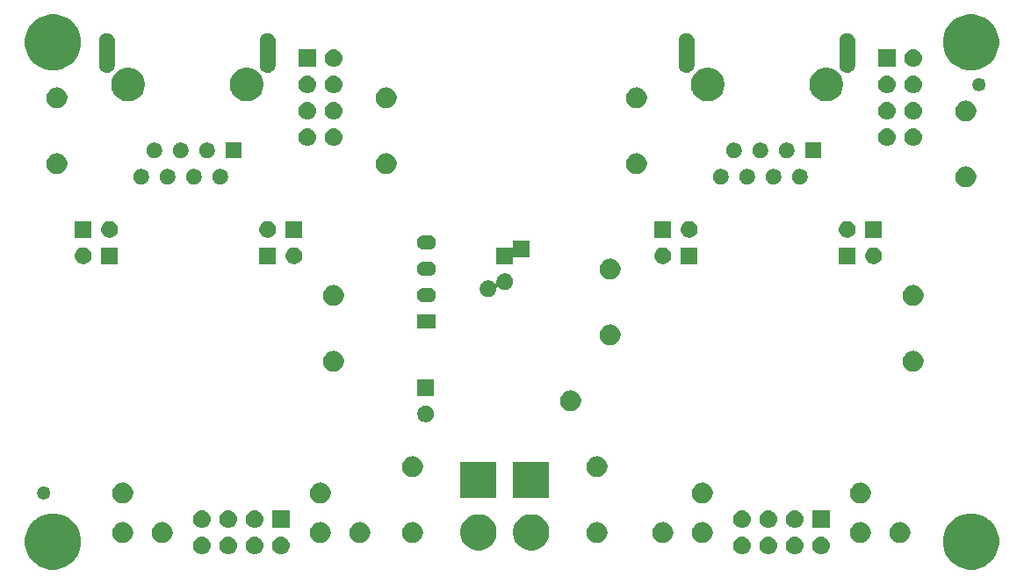
<source format=gbr>
G04 #@! TF.GenerationSoftware,KiCad,Pcbnew,5.0.2-bee76a0~70~ubuntu18.04.1*
G04 #@! TF.CreationDate,2019-06-21T08:35:03-07:00*
G04 #@! TF.ProjectId,aa-panel-receiver-lvds,61612d70-616e-4656-9c2d-726563656976,rev?*
G04 #@! TF.SameCoordinates,Original*
G04 #@! TF.FileFunction,Soldermask,Bot*
G04 #@! TF.FilePolarity,Negative*
%FSLAX46Y46*%
G04 Gerber Fmt 4.6, Leading zero omitted, Abs format (unit mm)*
G04 Created by KiCad (PCBNEW 5.0.2-bee76a0~70~ubuntu18.04.1) date Fri 21 Jun 2019 08:35:03 AM PDT*
%MOMM*%
%LPD*%
G01*
G04 APERTURE LIST*
%ADD10C,0.100000*%
G04 APERTURE END LIST*
D10*
G36*
X184175560Y-98622759D02*
X184626084Y-98809372D01*
X184666930Y-98826291D01*
X184767322Y-98893371D01*
X185109153Y-99121775D01*
X185485225Y-99497847D01*
X185485227Y-99497850D01*
X185700165Y-99819527D01*
X185780710Y-99940072D01*
X185984241Y-100431440D01*
X186088000Y-100953072D01*
X186088000Y-101484928D01*
X185984241Y-102006560D01*
X185780710Y-102497928D01*
X185485225Y-102940153D01*
X185109153Y-103316225D01*
X185109150Y-103316227D01*
X184666930Y-103611709D01*
X184666929Y-103611710D01*
X184666928Y-103611710D01*
X184175560Y-103815241D01*
X183653928Y-103919000D01*
X183122072Y-103919000D01*
X182600440Y-103815241D01*
X182109072Y-103611710D01*
X182109071Y-103611710D01*
X182109070Y-103611709D01*
X181666850Y-103316227D01*
X181666847Y-103316225D01*
X181290775Y-102940153D01*
X180995290Y-102497928D01*
X180791759Y-102006560D01*
X180688000Y-101484928D01*
X180688000Y-100953072D01*
X180791759Y-100431440D01*
X180995290Y-99940072D01*
X181075836Y-99819527D01*
X181290773Y-99497850D01*
X181290775Y-99497847D01*
X181666847Y-99121775D01*
X182008678Y-98893371D01*
X182109070Y-98826291D01*
X182149916Y-98809372D01*
X182600440Y-98622759D01*
X183122072Y-98519000D01*
X183653928Y-98519000D01*
X184175560Y-98622759D01*
X184175560Y-98622759D01*
G37*
G36*
X95656560Y-98622759D02*
X96107084Y-98809372D01*
X96147930Y-98826291D01*
X96248322Y-98893371D01*
X96590153Y-99121775D01*
X96966225Y-99497847D01*
X96966227Y-99497850D01*
X97181165Y-99819527D01*
X97261710Y-99940072D01*
X97465241Y-100431440D01*
X97569000Y-100953072D01*
X97569000Y-101484928D01*
X97465241Y-102006560D01*
X97261710Y-102497928D01*
X96966225Y-102940153D01*
X96590153Y-103316225D01*
X96590150Y-103316227D01*
X96147930Y-103611709D01*
X96147929Y-103611710D01*
X96147928Y-103611710D01*
X95656560Y-103815241D01*
X95134928Y-103919000D01*
X94603072Y-103919000D01*
X94081440Y-103815241D01*
X93590072Y-103611710D01*
X93590071Y-103611710D01*
X93590070Y-103611709D01*
X93147850Y-103316227D01*
X93147847Y-103316225D01*
X92771775Y-102940153D01*
X92476290Y-102497928D01*
X92272759Y-102006560D01*
X92169000Y-101484928D01*
X92169000Y-100953072D01*
X92272759Y-100431440D01*
X92476290Y-99940072D01*
X92556836Y-99819527D01*
X92771773Y-99497850D01*
X92771775Y-99497847D01*
X93147847Y-99121775D01*
X93489678Y-98893371D01*
X93590070Y-98826291D01*
X93630916Y-98809372D01*
X94081440Y-98622759D01*
X94603072Y-98519000D01*
X95134928Y-98519000D01*
X95656560Y-98622759D01*
X95656560Y-98622759D01*
G37*
G36*
X166536630Y-100762299D02*
X166696855Y-100810903D01*
X166844520Y-100889831D01*
X166973949Y-100996051D01*
X167080169Y-101125480D01*
X167159097Y-101273145D01*
X167207701Y-101433370D01*
X167224112Y-101600000D01*
X167207701Y-101766630D01*
X167159097Y-101926855D01*
X167080169Y-102074520D01*
X166973949Y-102203949D01*
X166844520Y-102310169D01*
X166696855Y-102389097D01*
X166536630Y-102437701D01*
X166411752Y-102450000D01*
X166328248Y-102450000D01*
X166203370Y-102437701D01*
X166043145Y-102389097D01*
X165895480Y-102310169D01*
X165766051Y-102203949D01*
X165659831Y-102074520D01*
X165580903Y-101926855D01*
X165532299Y-101766630D01*
X165515888Y-101600000D01*
X165532299Y-101433370D01*
X165580903Y-101273145D01*
X165659831Y-101125480D01*
X165766051Y-100996051D01*
X165895480Y-100889831D01*
X166043145Y-100810903D01*
X166203370Y-100762299D01*
X166328248Y-100750000D01*
X166411752Y-100750000D01*
X166536630Y-100762299D01*
X166536630Y-100762299D01*
G37*
G36*
X163996630Y-100762299D02*
X164156855Y-100810903D01*
X164304520Y-100889831D01*
X164433949Y-100996051D01*
X164540169Y-101125480D01*
X164619097Y-101273145D01*
X164667701Y-101433370D01*
X164684112Y-101600000D01*
X164667701Y-101766630D01*
X164619097Y-101926855D01*
X164540169Y-102074520D01*
X164433949Y-102203949D01*
X164304520Y-102310169D01*
X164156855Y-102389097D01*
X163996630Y-102437701D01*
X163871752Y-102450000D01*
X163788248Y-102450000D01*
X163663370Y-102437701D01*
X163503145Y-102389097D01*
X163355480Y-102310169D01*
X163226051Y-102203949D01*
X163119831Y-102074520D01*
X163040903Y-101926855D01*
X162992299Y-101766630D01*
X162975888Y-101600000D01*
X162992299Y-101433370D01*
X163040903Y-101273145D01*
X163119831Y-101125480D01*
X163226051Y-100996051D01*
X163355480Y-100889831D01*
X163503145Y-100810903D01*
X163663370Y-100762299D01*
X163788248Y-100750000D01*
X163871752Y-100750000D01*
X163996630Y-100762299D01*
X163996630Y-100762299D01*
G37*
G36*
X169076630Y-100762299D02*
X169236855Y-100810903D01*
X169384520Y-100889831D01*
X169513949Y-100996051D01*
X169620169Y-101125480D01*
X169699097Y-101273145D01*
X169747701Y-101433370D01*
X169764112Y-101600000D01*
X169747701Y-101766630D01*
X169699097Y-101926855D01*
X169620169Y-102074520D01*
X169513949Y-102203949D01*
X169384520Y-102310169D01*
X169236855Y-102389097D01*
X169076630Y-102437701D01*
X168951752Y-102450000D01*
X168868248Y-102450000D01*
X168743370Y-102437701D01*
X168583145Y-102389097D01*
X168435480Y-102310169D01*
X168306051Y-102203949D01*
X168199831Y-102074520D01*
X168120903Y-101926855D01*
X168072299Y-101766630D01*
X168055888Y-101600000D01*
X168072299Y-101433370D01*
X168120903Y-101273145D01*
X168199831Y-101125480D01*
X168306051Y-100996051D01*
X168435480Y-100889831D01*
X168583145Y-100810903D01*
X168743370Y-100762299D01*
X168868248Y-100750000D01*
X168951752Y-100750000D01*
X169076630Y-100762299D01*
X169076630Y-100762299D01*
G37*
G36*
X109386630Y-100762299D02*
X109546855Y-100810903D01*
X109694520Y-100889831D01*
X109823949Y-100996051D01*
X109930169Y-101125480D01*
X110009097Y-101273145D01*
X110057701Y-101433370D01*
X110074112Y-101600000D01*
X110057701Y-101766630D01*
X110009097Y-101926855D01*
X109930169Y-102074520D01*
X109823949Y-102203949D01*
X109694520Y-102310169D01*
X109546855Y-102389097D01*
X109386630Y-102437701D01*
X109261752Y-102450000D01*
X109178248Y-102450000D01*
X109053370Y-102437701D01*
X108893145Y-102389097D01*
X108745480Y-102310169D01*
X108616051Y-102203949D01*
X108509831Y-102074520D01*
X108430903Y-101926855D01*
X108382299Y-101766630D01*
X108365888Y-101600000D01*
X108382299Y-101433370D01*
X108430903Y-101273145D01*
X108509831Y-101125480D01*
X108616051Y-100996051D01*
X108745480Y-100889831D01*
X108893145Y-100810903D01*
X109053370Y-100762299D01*
X109178248Y-100750000D01*
X109261752Y-100750000D01*
X109386630Y-100762299D01*
X109386630Y-100762299D01*
G37*
G36*
X111926630Y-100762299D02*
X112086855Y-100810903D01*
X112234520Y-100889831D01*
X112363949Y-100996051D01*
X112470169Y-101125480D01*
X112549097Y-101273145D01*
X112597701Y-101433370D01*
X112614112Y-101600000D01*
X112597701Y-101766630D01*
X112549097Y-101926855D01*
X112470169Y-102074520D01*
X112363949Y-102203949D01*
X112234520Y-102310169D01*
X112086855Y-102389097D01*
X111926630Y-102437701D01*
X111801752Y-102450000D01*
X111718248Y-102450000D01*
X111593370Y-102437701D01*
X111433145Y-102389097D01*
X111285480Y-102310169D01*
X111156051Y-102203949D01*
X111049831Y-102074520D01*
X110970903Y-101926855D01*
X110922299Y-101766630D01*
X110905888Y-101600000D01*
X110922299Y-101433370D01*
X110970903Y-101273145D01*
X111049831Y-101125480D01*
X111156051Y-100996051D01*
X111285480Y-100889831D01*
X111433145Y-100810903D01*
X111593370Y-100762299D01*
X111718248Y-100750000D01*
X111801752Y-100750000D01*
X111926630Y-100762299D01*
X111926630Y-100762299D01*
G37*
G36*
X114466630Y-100762299D02*
X114626855Y-100810903D01*
X114774520Y-100889831D01*
X114903949Y-100996051D01*
X115010169Y-101125480D01*
X115089097Y-101273145D01*
X115137701Y-101433370D01*
X115154112Y-101600000D01*
X115137701Y-101766630D01*
X115089097Y-101926855D01*
X115010169Y-102074520D01*
X114903949Y-102203949D01*
X114774520Y-102310169D01*
X114626855Y-102389097D01*
X114466630Y-102437701D01*
X114341752Y-102450000D01*
X114258248Y-102450000D01*
X114133370Y-102437701D01*
X113973145Y-102389097D01*
X113825480Y-102310169D01*
X113696051Y-102203949D01*
X113589831Y-102074520D01*
X113510903Y-101926855D01*
X113462299Y-101766630D01*
X113445888Y-101600000D01*
X113462299Y-101433370D01*
X113510903Y-101273145D01*
X113589831Y-101125480D01*
X113696051Y-100996051D01*
X113825480Y-100889831D01*
X113973145Y-100810903D01*
X114133370Y-100762299D01*
X114258248Y-100750000D01*
X114341752Y-100750000D01*
X114466630Y-100762299D01*
X114466630Y-100762299D01*
G37*
G36*
X117006630Y-100762299D02*
X117166855Y-100810903D01*
X117314520Y-100889831D01*
X117443949Y-100996051D01*
X117550169Y-101125480D01*
X117629097Y-101273145D01*
X117677701Y-101433370D01*
X117694112Y-101600000D01*
X117677701Y-101766630D01*
X117629097Y-101926855D01*
X117550169Y-102074520D01*
X117443949Y-102203949D01*
X117314520Y-102310169D01*
X117166855Y-102389097D01*
X117006630Y-102437701D01*
X116881752Y-102450000D01*
X116798248Y-102450000D01*
X116673370Y-102437701D01*
X116513145Y-102389097D01*
X116365480Y-102310169D01*
X116236051Y-102203949D01*
X116129831Y-102074520D01*
X116050903Y-101926855D01*
X116002299Y-101766630D01*
X115985888Y-101600000D01*
X116002299Y-101433370D01*
X116050903Y-101273145D01*
X116129831Y-101125480D01*
X116236051Y-100996051D01*
X116365480Y-100889831D01*
X116513145Y-100810903D01*
X116673370Y-100762299D01*
X116798248Y-100750000D01*
X116881752Y-100750000D01*
X117006630Y-100762299D01*
X117006630Y-100762299D01*
G37*
G36*
X161456630Y-100762299D02*
X161616855Y-100810903D01*
X161764520Y-100889831D01*
X161893949Y-100996051D01*
X162000169Y-101125480D01*
X162079097Y-101273145D01*
X162127701Y-101433370D01*
X162144112Y-101600000D01*
X162127701Y-101766630D01*
X162079097Y-101926855D01*
X162000169Y-102074520D01*
X161893949Y-102203949D01*
X161764520Y-102310169D01*
X161616855Y-102389097D01*
X161456630Y-102437701D01*
X161331752Y-102450000D01*
X161248248Y-102450000D01*
X161123370Y-102437701D01*
X160963145Y-102389097D01*
X160815480Y-102310169D01*
X160686051Y-102203949D01*
X160579831Y-102074520D01*
X160500903Y-101926855D01*
X160452299Y-101766630D01*
X160435888Y-101600000D01*
X160452299Y-101433370D01*
X160500903Y-101273145D01*
X160579831Y-101125480D01*
X160686051Y-100996051D01*
X160815480Y-100889831D01*
X160963145Y-100810903D01*
X161123370Y-100762299D01*
X161248248Y-100750000D01*
X161331752Y-100750000D01*
X161456630Y-100762299D01*
X161456630Y-100762299D01*
G37*
G36*
X136400473Y-98647193D02*
X136718963Y-98779116D01*
X137005601Y-98970641D01*
X137249359Y-99214399D01*
X137440884Y-99501037D01*
X137572807Y-99819527D01*
X137640060Y-100157633D01*
X137640060Y-100502367D01*
X137572807Y-100840473D01*
X137440884Y-101158963D01*
X137249359Y-101445601D01*
X137005601Y-101689359D01*
X136718963Y-101880884D01*
X136400473Y-102012807D01*
X136062367Y-102080060D01*
X135717633Y-102080060D01*
X135379527Y-102012807D01*
X135061037Y-101880884D01*
X134774399Y-101689359D01*
X134530641Y-101445601D01*
X134339116Y-101158963D01*
X134207193Y-100840473D01*
X134139940Y-100502367D01*
X134139940Y-100157633D01*
X134207193Y-99819527D01*
X134339116Y-99501037D01*
X134530641Y-99214399D01*
X134774399Y-98970641D01*
X135061037Y-98779116D01*
X135379527Y-98647193D01*
X135717633Y-98579940D01*
X136062367Y-98579940D01*
X136400473Y-98647193D01*
X136400473Y-98647193D01*
G37*
G36*
X141480473Y-98647193D02*
X141798963Y-98779116D01*
X142085601Y-98970641D01*
X142329359Y-99214399D01*
X142520884Y-99501037D01*
X142652807Y-99819527D01*
X142720060Y-100157633D01*
X142720060Y-100502367D01*
X142652807Y-100840473D01*
X142520884Y-101158963D01*
X142329359Y-101445601D01*
X142085601Y-101689359D01*
X141798963Y-101880884D01*
X141480473Y-102012807D01*
X141142367Y-102080060D01*
X140797633Y-102080060D01*
X140459527Y-102012807D01*
X140141037Y-101880884D01*
X139854399Y-101689359D01*
X139610641Y-101445601D01*
X139419116Y-101158963D01*
X139287193Y-100840473D01*
X139219940Y-100502367D01*
X139219940Y-100157633D01*
X139287193Y-99819527D01*
X139419116Y-99501037D01*
X139610641Y-99214399D01*
X139854399Y-98970641D01*
X140141037Y-98779116D01*
X140459527Y-98647193D01*
X140797633Y-98579940D01*
X141142367Y-98579940D01*
X141480473Y-98647193D01*
X141480473Y-98647193D01*
G37*
G36*
X172895770Y-99345372D02*
X173011689Y-99368429D01*
X173193678Y-99443811D01*
X173357463Y-99553249D01*
X173496751Y-99692537D01*
X173606189Y-99856322D01*
X173681571Y-100038311D01*
X173702113Y-100141584D01*
X173720000Y-100231507D01*
X173720000Y-100428493D01*
X173705306Y-100502366D01*
X173681571Y-100621689D01*
X173606189Y-100803678D01*
X173496751Y-100967463D01*
X173357463Y-101106751D01*
X173193678Y-101216189D01*
X173011689Y-101291571D01*
X172895770Y-101314628D01*
X172818493Y-101330000D01*
X172621507Y-101330000D01*
X172544230Y-101314628D01*
X172428311Y-101291571D01*
X172246322Y-101216189D01*
X172082537Y-101106751D01*
X171943249Y-100967463D01*
X171833811Y-100803678D01*
X171758429Y-100621689D01*
X171734694Y-100502366D01*
X171720000Y-100428493D01*
X171720000Y-100231507D01*
X171737887Y-100141584D01*
X171758429Y-100038311D01*
X171833811Y-99856322D01*
X171943249Y-99692537D01*
X172082537Y-99553249D01*
X172246322Y-99443811D01*
X172428311Y-99368429D01*
X172544230Y-99345372D01*
X172621507Y-99330000D01*
X172818493Y-99330000D01*
X172895770Y-99345372D01*
X172895770Y-99345372D01*
G37*
G36*
X101775770Y-99345372D02*
X101891689Y-99368429D01*
X102073678Y-99443811D01*
X102237463Y-99553249D01*
X102376751Y-99692537D01*
X102486189Y-99856322D01*
X102561571Y-100038311D01*
X102582113Y-100141584D01*
X102600000Y-100231507D01*
X102600000Y-100428493D01*
X102585306Y-100502366D01*
X102561571Y-100621689D01*
X102486189Y-100803678D01*
X102376751Y-100967463D01*
X102237463Y-101106751D01*
X102073678Y-101216189D01*
X101891689Y-101291571D01*
X101775770Y-101314628D01*
X101698493Y-101330000D01*
X101501507Y-101330000D01*
X101424230Y-101314628D01*
X101308311Y-101291571D01*
X101126322Y-101216189D01*
X100962537Y-101106751D01*
X100823249Y-100967463D01*
X100713811Y-100803678D01*
X100638429Y-100621689D01*
X100614694Y-100502366D01*
X100600000Y-100428493D01*
X100600000Y-100231507D01*
X100617887Y-100141584D01*
X100638429Y-100038311D01*
X100713811Y-99856322D01*
X100823249Y-99692537D01*
X100962537Y-99553249D01*
X101126322Y-99443811D01*
X101308311Y-99368429D01*
X101424230Y-99345372D01*
X101501507Y-99330000D01*
X101698493Y-99330000D01*
X101775770Y-99345372D01*
X101775770Y-99345372D01*
G37*
G36*
X105585770Y-99345372D02*
X105701689Y-99368429D01*
X105883678Y-99443811D01*
X106047463Y-99553249D01*
X106186751Y-99692537D01*
X106296189Y-99856322D01*
X106371571Y-100038311D01*
X106392113Y-100141584D01*
X106410000Y-100231507D01*
X106410000Y-100428493D01*
X106395306Y-100502366D01*
X106371571Y-100621689D01*
X106296189Y-100803678D01*
X106186751Y-100967463D01*
X106047463Y-101106751D01*
X105883678Y-101216189D01*
X105701689Y-101291571D01*
X105585770Y-101314628D01*
X105508493Y-101330000D01*
X105311507Y-101330000D01*
X105234230Y-101314628D01*
X105118311Y-101291571D01*
X104936322Y-101216189D01*
X104772537Y-101106751D01*
X104633249Y-100967463D01*
X104523811Y-100803678D01*
X104448429Y-100621689D01*
X104424694Y-100502366D01*
X104410000Y-100428493D01*
X104410000Y-100231507D01*
X104427887Y-100141584D01*
X104448429Y-100038311D01*
X104523811Y-99856322D01*
X104633249Y-99692537D01*
X104772537Y-99553249D01*
X104936322Y-99443811D01*
X105118311Y-99368429D01*
X105234230Y-99345372D01*
X105311507Y-99330000D01*
X105508493Y-99330000D01*
X105585770Y-99345372D01*
X105585770Y-99345372D01*
G37*
G36*
X120825770Y-99345372D02*
X120941689Y-99368429D01*
X121123678Y-99443811D01*
X121287463Y-99553249D01*
X121426751Y-99692537D01*
X121536189Y-99856322D01*
X121611571Y-100038311D01*
X121632113Y-100141584D01*
X121650000Y-100231507D01*
X121650000Y-100428493D01*
X121635306Y-100502366D01*
X121611571Y-100621689D01*
X121536189Y-100803678D01*
X121426751Y-100967463D01*
X121287463Y-101106751D01*
X121123678Y-101216189D01*
X120941689Y-101291571D01*
X120825770Y-101314628D01*
X120748493Y-101330000D01*
X120551507Y-101330000D01*
X120474230Y-101314628D01*
X120358311Y-101291571D01*
X120176322Y-101216189D01*
X120012537Y-101106751D01*
X119873249Y-100967463D01*
X119763811Y-100803678D01*
X119688429Y-100621689D01*
X119664694Y-100502366D01*
X119650000Y-100428493D01*
X119650000Y-100231507D01*
X119667887Y-100141584D01*
X119688429Y-100038311D01*
X119763811Y-99856322D01*
X119873249Y-99692537D01*
X120012537Y-99553249D01*
X120176322Y-99443811D01*
X120358311Y-99368429D01*
X120474230Y-99345372D01*
X120551507Y-99330000D01*
X120748493Y-99330000D01*
X120825770Y-99345372D01*
X120825770Y-99345372D01*
G37*
G36*
X124635770Y-99345372D02*
X124751689Y-99368429D01*
X124933678Y-99443811D01*
X125097463Y-99553249D01*
X125236751Y-99692537D01*
X125346189Y-99856322D01*
X125421571Y-100038311D01*
X125442113Y-100141584D01*
X125460000Y-100231507D01*
X125460000Y-100428493D01*
X125445306Y-100502366D01*
X125421571Y-100621689D01*
X125346189Y-100803678D01*
X125236751Y-100967463D01*
X125097463Y-101106751D01*
X124933678Y-101216189D01*
X124751689Y-101291571D01*
X124635770Y-101314628D01*
X124558493Y-101330000D01*
X124361507Y-101330000D01*
X124284230Y-101314628D01*
X124168311Y-101291571D01*
X123986322Y-101216189D01*
X123822537Y-101106751D01*
X123683249Y-100967463D01*
X123573811Y-100803678D01*
X123498429Y-100621689D01*
X123474694Y-100502366D01*
X123460000Y-100428493D01*
X123460000Y-100231507D01*
X123477887Y-100141584D01*
X123498429Y-100038311D01*
X123573811Y-99856322D01*
X123683249Y-99692537D01*
X123822537Y-99553249D01*
X123986322Y-99443811D01*
X124168311Y-99368429D01*
X124284230Y-99345372D01*
X124361507Y-99330000D01*
X124558493Y-99330000D01*
X124635770Y-99345372D01*
X124635770Y-99345372D01*
G37*
G36*
X129715770Y-99345372D02*
X129831689Y-99368429D01*
X130013678Y-99443811D01*
X130177463Y-99553249D01*
X130316751Y-99692537D01*
X130426189Y-99856322D01*
X130501571Y-100038311D01*
X130522113Y-100141584D01*
X130540000Y-100231507D01*
X130540000Y-100428493D01*
X130525306Y-100502366D01*
X130501571Y-100621689D01*
X130426189Y-100803678D01*
X130316751Y-100967463D01*
X130177463Y-101106751D01*
X130013678Y-101216189D01*
X129831689Y-101291571D01*
X129715770Y-101314628D01*
X129638493Y-101330000D01*
X129441507Y-101330000D01*
X129364230Y-101314628D01*
X129248311Y-101291571D01*
X129066322Y-101216189D01*
X128902537Y-101106751D01*
X128763249Y-100967463D01*
X128653811Y-100803678D01*
X128578429Y-100621689D01*
X128554694Y-100502366D01*
X128540000Y-100428493D01*
X128540000Y-100231507D01*
X128557887Y-100141584D01*
X128578429Y-100038311D01*
X128653811Y-99856322D01*
X128763249Y-99692537D01*
X128902537Y-99553249D01*
X129066322Y-99443811D01*
X129248311Y-99368429D01*
X129364230Y-99345372D01*
X129441507Y-99330000D01*
X129638493Y-99330000D01*
X129715770Y-99345372D01*
X129715770Y-99345372D01*
G37*
G36*
X147495770Y-99345372D02*
X147611689Y-99368429D01*
X147793678Y-99443811D01*
X147957463Y-99553249D01*
X148096751Y-99692537D01*
X148206189Y-99856322D01*
X148281571Y-100038311D01*
X148302113Y-100141584D01*
X148320000Y-100231507D01*
X148320000Y-100428493D01*
X148305306Y-100502366D01*
X148281571Y-100621689D01*
X148206189Y-100803678D01*
X148096751Y-100967463D01*
X147957463Y-101106751D01*
X147793678Y-101216189D01*
X147611689Y-101291571D01*
X147495770Y-101314628D01*
X147418493Y-101330000D01*
X147221507Y-101330000D01*
X147144230Y-101314628D01*
X147028311Y-101291571D01*
X146846322Y-101216189D01*
X146682537Y-101106751D01*
X146543249Y-100967463D01*
X146433811Y-100803678D01*
X146358429Y-100621689D01*
X146334694Y-100502366D01*
X146320000Y-100428493D01*
X146320000Y-100231507D01*
X146337887Y-100141584D01*
X146358429Y-100038311D01*
X146433811Y-99856322D01*
X146543249Y-99692537D01*
X146682537Y-99553249D01*
X146846322Y-99443811D01*
X147028311Y-99368429D01*
X147144230Y-99345372D01*
X147221507Y-99330000D01*
X147418493Y-99330000D01*
X147495770Y-99345372D01*
X147495770Y-99345372D01*
G37*
G36*
X153845770Y-99345372D02*
X153961689Y-99368429D01*
X154143678Y-99443811D01*
X154307463Y-99553249D01*
X154446751Y-99692537D01*
X154556189Y-99856322D01*
X154631571Y-100038311D01*
X154652113Y-100141584D01*
X154670000Y-100231507D01*
X154670000Y-100428493D01*
X154655306Y-100502366D01*
X154631571Y-100621689D01*
X154556189Y-100803678D01*
X154446751Y-100967463D01*
X154307463Y-101106751D01*
X154143678Y-101216189D01*
X153961689Y-101291571D01*
X153845770Y-101314628D01*
X153768493Y-101330000D01*
X153571507Y-101330000D01*
X153494230Y-101314628D01*
X153378311Y-101291571D01*
X153196322Y-101216189D01*
X153032537Y-101106751D01*
X152893249Y-100967463D01*
X152783811Y-100803678D01*
X152708429Y-100621689D01*
X152684694Y-100502366D01*
X152670000Y-100428493D01*
X152670000Y-100231507D01*
X152687887Y-100141584D01*
X152708429Y-100038311D01*
X152783811Y-99856322D01*
X152893249Y-99692537D01*
X153032537Y-99553249D01*
X153196322Y-99443811D01*
X153378311Y-99368429D01*
X153494230Y-99345372D01*
X153571507Y-99330000D01*
X153768493Y-99330000D01*
X153845770Y-99345372D01*
X153845770Y-99345372D01*
G37*
G36*
X157655770Y-99345372D02*
X157771689Y-99368429D01*
X157953678Y-99443811D01*
X158117463Y-99553249D01*
X158256751Y-99692537D01*
X158366189Y-99856322D01*
X158441571Y-100038311D01*
X158462113Y-100141584D01*
X158480000Y-100231507D01*
X158480000Y-100428493D01*
X158465306Y-100502366D01*
X158441571Y-100621689D01*
X158366189Y-100803678D01*
X158256751Y-100967463D01*
X158117463Y-101106751D01*
X157953678Y-101216189D01*
X157771689Y-101291571D01*
X157655770Y-101314628D01*
X157578493Y-101330000D01*
X157381507Y-101330000D01*
X157304230Y-101314628D01*
X157188311Y-101291571D01*
X157006322Y-101216189D01*
X156842537Y-101106751D01*
X156703249Y-100967463D01*
X156593811Y-100803678D01*
X156518429Y-100621689D01*
X156494694Y-100502366D01*
X156480000Y-100428493D01*
X156480000Y-100231507D01*
X156497887Y-100141584D01*
X156518429Y-100038311D01*
X156593811Y-99856322D01*
X156703249Y-99692537D01*
X156842537Y-99553249D01*
X157006322Y-99443811D01*
X157188311Y-99368429D01*
X157304230Y-99345372D01*
X157381507Y-99330000D01*
X157578493Y-99330000D01*
X157655770Y-99345372D01*
X157655770Y-99345372D01*
G37*
G36*
X176705770Y-99345372D02*
X176821689Y-99368429D01*
X177003678Y-99443811D01*
X177167463Y-99553249D01*
X177306751Y-99692537D01*
X177416189Y-99856322D01*
X177491571Y-100038311D01*
X177512113Y-100141584D01*
X177530000Y-100231507D01*
X177530000Y-100428493D01*
X177515306Y-100502366D01*
X177491571Y-100621689D01*
X177416189Y-100803678D01*
X177306751Y-100967463D01*
X177167463Y-101106751D01*
X177003678Y-101216189D01*
X176821689Y-101291571D01*
X176705770Y-101314628D01*
X176628493Y-101330000D01*
X176431507Y-101330000D01*
X176354230Y-101314628D01*
X176238311Y-101291571D01*
X176056322Y-101216189D01*
X175892537Y-101106751D01*
X175753249Y-100967463D01*
X175643811Y-100803678D01*
X175568429Y-100621689D01*
X175544694Y-100502366D01*
X175530000Y-100428493D01*
X175530000Y-100231507D01*
X175547887Y-100141584D01*
X175568429Y-100038311D01*
X175643811Y-99856322D01*
X175753249Y-99692537D01*
X175892537Y-99553249D01*
X176056322Y-99443811D01*
X176238311Y-99368429D01*
X176354230Y-99345372D01*
X176431507Y-99330000D01*
X176628493Y-99330000D01*
X176705770Y-99345372D01*
X176705770Y-99345372D01*
G37*
G36*
X117690000Y-99910000D02*
X115990000Y-99910000D01*
X115990000Y-98210000D01*
X117690000Y-98210000D01*
X117690000Y-99910000D01*
X117690000Y-99910000D01*
G37*
G36*
X114466630Y-98222299D02*
X114626855Y-98270903D01*
X114774520Y-98349831D01*
X114903949Y-98456051D01*
X115010169Y-98585480D01*
X115089097Y-98733145D01*
X115137701Y-98893370D01*
X115154112Y-99060000D01*
X115137701Y-99226630D01*
X115089097Y-99386855D01*
X115010169Y-99534520D01*
X114903949Y-99663949D01*
X114774520Y-99770169D01*
X114626855Y-99849097D01*
X114466630Y-99897701D01*
X114341752Y-99910000D01*
X114258248Y-99910000D01*
X114133370Y-99897701D01*
X113973145Y-99849097D01*
X113825480Y-99770169D01*
X113696051Y-99663949D01*
X113589831Y-99534520D01*
X113510903Y-99386855D01*
X113462299Y-99226630D01*
X113445888Y-99060000D01*
X113462299Y-98893370D01*
X113510903Y-98733145D01*
X113589831Y-98585480D01*
X113696051Y-98456051D01*
X113825480Y-98349831D01*
X113973145Y-98270903D01*
X114133370Y-98222299D01*
X114258248Y-98210000D01*
X114341752Y-98210000D01*
X114466630Y-98222299D01*
X114466630Y-98222299D01*
G37*
G36*
X111926630Y-98222299D02*
X112086855Y-98270903D01*
X112234520Y-98349831D01*
X112363949Y-98456051D01*
X112470169Y-98585480D01*
X112549097Y-98733145D01*
X112597701Y-98893370D01*
X112614112Y-99060000D01*
X112597701Y-99226630D01*
X112549097Y-99386855D01*
X112470169Y-99534520D01*
X112363949Y-99663949D01*
X112234520Y-99770169D01*
X112086855Y-99849097D01*
X111926630Y-99897701D01*
X111801752Y-99910000D01*
X111718248Y-99910000D01*
X111593370Y-99897701D01*
X111433145Y-99849097D01*
X111285480Y-99770169D01*
X111156051Y-99663949D01*
X111049831Y-99534520D01*
X110970903Y-99386855D01*
X110922299Y-99226630D01*
X110905888Y-99060000D01*
X110922299Y-98893370D01*
X110970903Y-98733145D01*
X111049831Y-98585480D01*
X111156051Y-98456051D01*
X111285480Y-98349831D01*
X111433145Y-98270903D01*
X111593370Y-98222299D01*
X111718248Y-98210000D01*
X111801752Y-98210000D01*
X111926630Y-98222299D01*
X111926630Y-98222299D01*
G37*
G36*
X109386630Y-98222299D02*
X109546855Y-98270903D01*
X109694520Y-98349831D01*
X109823949Y-98456051D01*
X109930169Y-98585480D01*
X110009097Y-98733145D01*
X110057701Y-98893370D01*
X110074112Y-99060000D01*
X110057701Y-99226630D01*
X110009097Y-99386855D01*
X109930169Y-99534520D01*
X109823949Y-99663949D01*
X109694520Y-99770169D01*
X109546855Y-99849097D01*
X109386630Y-99897701D01*
X109261752Y-99910000D01*
X109178248Y-99910000D01*
X109053370Y-99897701D01*
X108893145Y-99849097D01*
X108745480Y-99770169D01*
X108616051Y-99663949D01*
X108509831Y-99534520D01*
X108430903Y-99386855D01*
X108382299Y-99226630D01*
X108365888Y-99060000D01*
X108382299Y-98893370D01*
X108430903Y-98733145D01*
X108509831Y-98585480D01*
X108616051Y-98456051D01*
X108745480Y-98349831D01*
X108893145Y-98270903D01*
X109053370Y-98222299D01*
X109178248Y-98210000D01*
X109261752Y-98210000D01*
X109386630Y-98222299D01*
X109386630Y-98222299D01*
G37*
G36*
X163996630Y-98222299D02*
X164156855Y-98270903D01*
X164304520Y-98349831D01*
X164433949Y-98456051D01*
X164540169Y-98585480D01*
X164619097Y-98733145D01*
X164667701Y-98893370D01*
X164684112Y-99060000D01*
X164667701Y-99226630D01*
X164619097Y-99386855D01*
X164540169Y-99534520D01*
X164433949Y-99663949D01*
X164304520Y-99770169D01*
X164156855Y-99849097D01*
X163996630Y-99897701D01*
X163871752Y-99910000D01*
X163788248Y-99910000D01*
X163663370Y-99897701D01*
X163503145Y-99849097D01*
X163355480Y-99770169D01*
X163226051Y-99663949D01*
X163119831Y-99534520D01*
X163040903Y-99386855D01*
X162992299Y-99226630D01*
X162975888Y-99060000D01*
X162992299Y-98893370D01*
X163040903Y-98733145D01*
X163119831Y-98585480D01*
X163226051Y-98456051D01*
X163355480Y-98349831D01*
X163503145Y-98270903D01*
X163663370Y-98222299D01*
X163788248Y-98210000D01*
X163871752Y-98210000D01*
X163996630Y-98222299D01*
X163996630Y-98222299D01*
G37*
G36*
X161456630Y-98222299D02*
X161616855Y-98270903D01*
X161764520Y-98349831D01*
X161893949Y-98456051D01*
X162000169Y-98585480D01*
X162079097Y-98733145D01*
X162127701Y-98893370D01*
X162144112Y-99060000D01*
X162127701Y-99226630D01*
X162079097Y-99386855D01*
X162000169Y-99534520D01*
X161893949Y-99663949D01*
X161764520Y-99770169D01*
X161616855Y-99849097D01*
X161456630Y-99897701D01*
X161331752Y-99910000D01*
X161248248Y-99910000D01*
X161123370Y-99897701D01*
X160963145Y-99849097D01*
X160815480Y-99770169D01*
X160686051Y-99663949D01*
X160579831Y-99534520D01*
X160500903Y-99386855D01*
X160452299Y-99226630D01*
X160435888Y-99060000D01*
X160452299Y-98893370D01*
X160500903Y-98733145D01*
X160579831Y-98585480D01*
X160686051Y-98456051D01*
X160815480Y-98349831D01*
X160963145Y-98270903D01*
X161123370Y-98222299D01*
X161248248Y-98210000D01*
X161331752Y-98210000D01*
X161456630Y-98222299D01*
X161456630Y-98222299D01*
G37*
G36*
X169760000Y-99910000D02*
X168060000Y-99910000D01*
X168060000Y-98210000D01*
X169760000Y-98210000D01*
X169760000Y-99910000D01*
X169760000Y-99910000D01*
G37*
G36*
X166536630Y-98222299D02*
X166696855Y-98270903D01*
X166844520Y-98349831D01*
X166973949Y-98456051D01*
X167080169Y-98585480D01*
X167159097Y-98733145D01*
X167207701Y-98893370D01*
X167224112Y-99060000D01*
X167207701Y-99226630D01*
X167159097Y-99386855D01*
X167080169Y-99534520D01*
X166973949Y-99663949D01*
X166844520Y-99770169D01*
X166696855Y-99849097D01*
X166536630Y-99897701D01*
X166411752Y-99910000D01*
X166328248Y-99910000D01*
X166203370Y-99897701D01*
X166043145Y-99849097D01*
X165895480Y-99770169D01*
X165766051Y-99663949D01*
X165659831Y-99534520D01*
X165580903Y-99386855D01*
X165532299Y-99226630D01*
X165515888Y-99060000D01*
X165532299Y-98893370D01*
X165580903Y-98733145D01*
X165659831Y-98585480D01*
X165766051Y-98456051D01*
X165895480Y-98349831D01*
X166043145Y-98270903D01*
X166203370Y-98222299D01*
X166328248Y-98210000D01*
X166411752Y-98210000D01*
X166536630Y-98222299D01*
X166536630Y-98222299D01*
G37*
G36*
X172895770Y-95535372D02*
X173011689Y-95558429D01*
X173193678Y-95633811D01*
X173357463Y-95743249D01*
X173496751Y-95882537D01*
X173606189Y-96046322D01*
X173681571Y-96228311D01*
X173720000Y-96421509D01*
X173720000Y-96618491D01*
X173681571Y-96811689D01*
X173606189Y-96993678D01*
X173496751Y-97157463D01*
X173357463Y-97296751D01*
X173193678Y-97406189D01*
X173011689Y-97481571D01*
X172895770Y-97504628D01*
X172818493Y-97520000D01*
X172621507Y-97520000D01*
X172544230Y-97504628D01*
X172428311Y-97481571D01*
X172246322Y-97406189D01*
X172082537Y-97296751D01*
X171943249Y-97157463D01*
X171833811Y-96993678D01*
X171758429Y-96811689D01*
X171720000Y-96618491D01*
X171720000Y-96421509D01*
X171758429Y-96228311D01*
X171833811Y-96046322D01*
X171943249Y-95882537D01*
X172082537Y-95743249D01*
X172246322Y-95633811D01*
X172428311Y-95558429D01*
X172544230Y-95535372D01*
X172621507Y-95520000D01*
X172818493Y-95520000D01*
X172895770Y-95535372D01*
X172895770Y-95535372D01*
G37*
G36*
X157655770Y-95535372D02*
X157771689Y-95558429D01*
X157953678Y-95633811D01*
X158117463Y-95743249D01*
X158256751Y-95882537D01*
X158366189Y-96046322D01*
X158441571Y-96228311D01*
X158480000Y-96421509D01*
X158480000Y-96618491D01*
X158441571Y-96811689D01*
X158366189Y-96993678D01*
X158256751Y-97157463D01*
X158117463Y-97296751D01*
X157953678Y-97406189D01*
X157771689Y-97481571D01*
X157655770Y-97504628D01*
X157578493Y-97520000D01*
X157381507Y-97520000D01*
X157304230Y-97504628D01*
X157188311Y-97481571D01*
X157006322Y-97406189D01*
X156842537Y-97296751D01*
X156703249Y-97157463D01*
X156593811Y-96993678D01*
X156518429Y-96811689D01*
X156480000Y-96618491D01*
X156480000Y-96421509D01*
X156518429Y-96228311D01*
X156593811Y-96046322D01*
X156703249Y-95882537D01*
X156842537Y-95743249D01*
X157006322Y-95633811D01*
X157188311Y-95558429D01*
X157304230Y-95535372D01*
X157381507Y-95520000D01*
X157578493Y-95520000D01*
X157655770Y-95535372D01*
X157655770Y-95535372D01*
G37*
G36*
X101775770Y-95535372D02*
X101891689Y-95558429D01*
X102073678Y-95633811D01*
X102237463Y-95743249D01*
X102376751Y-95882537D01*
X102486189Y-96046322D01*
X102561571Y-96228311D01*
X102600000Y-96421509D01*
X102600000Y-96618491D01*
X102561571Y-96811689D01*
X102486189Y-96993678D01*
X102376751Y-97157463D01*
X102237463Y-97296751D01*
X102073678Y-97406189D01*
X101891689Y-97481571D01*
X101775770Y-97504628D01*
X101698493Y-97520000D01*
X101501507Y-97520000D01*
X101424230Y-97504628D01*
X101308311Y-97481571D01*
X101126322Y-97406189D01*
X100962537Y-97296751D01*
X100823249Y-97157463D01*
X100713811Y-96993678D01*
X100638429Y-96811689D01*
X100600000Y-96618491D01*
X100600000Y-96421509D01*
X100638429Y-96228311D01*
X100713811Y-96046322D01*
X100823249Y-95882537D01*
X100962537Y-95743249D01*
X101126322Y-95633811D01*
X101308311Y-95558429D01*
X101424230Y-95535372D01*
X101501507Y-95520000D01*
X101698493Y-95520000D01*
X101775770Y-95535372D01*
X101775770Y-95535372D01*
G37*
G36*
X120825770Y-95535372D02*
X120941689Y-95558429D01*
X121123678Y-95633811D01*
X121287463Y-95743249D01*
X121426751Y-95882537D01*
X121536189Y-96046322D01*
X121611571Y-96228311D01*
X121650000Y-96421509D01*
X121650000Y-96618491D01*
X121611571Y-96811689D01*
X121536189Y-96993678D01*
X121426751Y-97157463D01*
X121287463Y-97296751D01*
X121123678Y-97406189D01*
X120941689Y-97481571D01*
X120825770Y-97504628D01*
X120748493Y-97520000D01*
X120551507Y-97520000D01*
X120474230Y-97504628D01*
X120358311Y-97481571D01*
X120176322Y-97406189D01*
X120012537Y-97296751D01*
X119873249Y-97157463D01*
X119763811Y-96993678D01*
X119688429Y-96811689D01*
X119650000Y-96618491D01*
X119650000Y-96421509D01*
X119688429Y-96228311D01*
X119763811Y-96046322D01*
X119873249Y-95882537D01*
X120012537Y-95743249D01*
X120176322Y-95633811D01*
X120358311Y-95558429D01*
X120474230Y-95535372D01*
X120551507Y-95520000D01*
X120748493Y-95520000D01*
X120825770Y-95535372D01*
X120825770Y-95535372D01*
G37*
G36*
X94165223Y-95909403D02*
X94280784Y-95957270D01*
X94384792Y-96026766D01*
X94473234Y-96115208D01*
X94542730Y-96219216D01*
X94590597Y-96334777D01*
X94615000Y-96457459D01*
X94615000Y-96582541D01*
X94590597Y-96705223D01*
X94542730Y-96820784D01*
X94473234Y-96924792D01*
X94384792Y-97013234D01*
X94280784Y-97082730D01*
X94165223Y-97130597D01*
X94042542Y-97155000D01*
X93917458Y-97155000D01*
X93794777Y-97130597D01*
X93679216Y-97082730D01*
X93575208Y-97013234D01*
X93486766Y-96924792D01*
X93417270Y-96820784D01*
X93369403Y-96705223D01*
X93345000Y-96582541D01*
X93345000Y-96457459D01*
X93369403Y-96334777D01*
X93417270Y-96219216D01*
X93486766Y-96115208D01*
X93575208Y-96026766D01*
X93679216Y-95957270D01*
X93794777Y-95909403D01*
X93917458Y-95885000D01*
X94042542Y-95885000D01*
X94165223Y-95909403D01*
X94165223Y-95909403D01*
G37*
G36*
X142720060Y-97000060D02*
X139219940Y-97000060D01*
X139219940Y-93499940D01*
X142720060Y-93499940D01*
X142720060Y-97000060D01*
X142720060Y-97000060D01*
G37*
G36*
X137640060Y-97000060D02*
X134139940Y-97000060D01*
X134139940Y-93499940D01*
X137640060Y-93499940D01*
X137640060Y-97000060D01*
X137640060Y-97000060D01*
G37*
G36*
X129715770Y-92995372D02*
X129831689Y-93018429D01*
X130013678Y-93093811D01*
X130177463Y-93203249D01*
X130316751Y-93342537D01*
X130426189Y-93506322D01*
X130501571Y-93688311D01*
X130540000Y-93881509D01*
X130540000Y-94078491D01*
X130501571Y-94271689D01*
X130426189Y-94453678D01*
X130316751Y-94617463D01*
X130177463Y-94756751D01*
X130013678Y-94866189D01*
X129831689Y-94941571D01*
X129715770Y-94964628D01*
X129638493Y-94980000D01*
X129441507Y-94980000D01*
X129364230Y-94964628D01*
X129248311Y-94941571D01*
X129066322Y-94866189D01*
X128902537Y-94756751D01*
X128763249Y-94617463D01*
X128653811Y-94453678D01*
X128578429Y-94271689D01*
X128540000Y-94078491D01*
X128540000Y-93881509D01*
X128578429Y-93688311D01*
X128653811Y-93506322D01*
X128763249Y-93342537D01*
X128902537Y-93203249D01*
X129066322Y-93093811D01*
X129248311Y-93018429D01*
X129364230Y-92995372D01*
X129441507Y-92980000D01*
X129638493Y-92980000D01*
X129715770Y-92995372D01*
X129715770Y-92995372D01*
G37*
G36*
X147495770Y-92995372D02*
X147611689Y-93018429D01*
X147793678Y-93093811D01*
X147957463Y-93203249D01*
X148096751Y-93342537D01*
X148206189Y-93506322D01*
X148281571Y-93688311D01*
X148320000Y-93881509D01*
X148320000Y-94078491D01*
X148281571Y-94271689D01*
X148206189Y-94453678D01*
X148096751Y-94617463D01*
X147957463Y-94756751D01*
X147793678Y-94866189D01*
X147611689Y-94941571D01*
X147495770Y-94964628D01*
X147418493Y-94980000D01*
X147221507Y-94980000D01*
X147144230Y-94964628D01*
X147028311Y-94941571D01*
X146846322Y-94866189D01*
X146682537Y-94756751D01*
X146543249Y-94617463D01*
X146433811Y-94453678D01*
X146358429Y-94271689D01*
X146320000Y-94078491D01*
X146320000Y-93881509D01*
X146358429Y-93688311D01*
X146433811Y-93506322D01*
X146543249Y-93342537D01*
X146682537Y-93203249D01*
X146846322Y-93093811D01*
X147028311Y-93018429D01*
X147144230Y-92995372D01*
X147221507Y-92980000D01*
X147418493Y-92980000D01*
X147495770Y-92995372D01*
X147495770Y-92995372D01*
G37*
G36*
X131043352Y-88130743D02*
X131188941Y-88191048D01*
X131319973Y-88278601D01*
X131431399Y-88390027D01*
X131518952Y-88521059D01*
X131579257Y-88666648D01*
X131610000Y-88821205D01*
X131610000Y-88978795D01*
X131579257Y-89133352D01*
X131518952Y-89278941D01*
X131431399Y-89409973D01*
X131319973Y-89521399D01*
X131188941Y-89608952D01*
X131043352Y-89669257D01*
X130888795Y-89700000D01*
X130731205Y-89700000D01*
X130576648Y-89669257D01*
X130431059Y-89608952D01*
X130300027Y-89521399D01*
X130188601Y-89409973D01*
X130101048Y-89278941D01*
X130040743Y-89133352D01*
X130010000Y-88978795D01*
X130010000Y-88821205D01*
X130040743Y-88666648D01*
X130101048Y-88521059D01*
X130188601Y-88390027D01*
X130300027Y-88278601D01*
X130431059Y-88191048D01*
X130576648Y-88130743D01*
X130731205Y-88100000D01*
X130888795Y-88100000D01*
X131043352Y-88130743D01*
X131043352Y-88130743D01*
G37*
G36*
X144955770Y-86645372D02*
X145071689Y-86668429D01*
X145253678Y-86743811D01*
X145417463Y-86853249D01*
X145556751Y-86992537D01*
X145666189Y-87156322D01*
X145741571Y-87338311D01*
X145780000Y-87531509D01*
X145780000Y-87728491D01*
X145741571Y-87921689D01*
X145666189Y-88103678D01*
X145556751Y-88267463D01*
X145417463Y-88406751D01*
X145253678Y-88516189D01*
X145071689Y-88591571D01*
X144955770Y-88614628D01*
X144878493Y-88630000D01*
X144681507Y-88630000D01*
X144604230Y-88614628D01*
X144488311Y-88591571D01*
X144306322Y-88516189D01*
X144142537Y-88406751D01*
X144003249Y-88267463D01*
X143893811Y-88103678D01*
X143818429Y-87921689D01*
X143780000Y-87728491D01*
X143780000Y-87531509D01*
X143818429Y-87338311D01*
X143893811Y-87156322D01*
X144003249Y-86992537D01*
X144142537Y-86853249D01*
X144306322Y-86743811D01*
X144488311Y-86668429D01*
X144604230Y-86645372D01*
X144681507Y-86630000D01*
X144878493Y-86630000D01*
X144955770Y-86645372D01*
X144955770Y-86645372D01*
G37*
G36*
X131610000Y-87200000D02*
X130010000Y-87200000D01*
X130010000Y-85600000D01*
X131610000Y-85600000D01*
X131610000Y-87200000D01*
X131610000Y-87200000D01*
G37*
G36*
X122095770Y-82835372D02*
X122211689Y-82858429D01*
X122393678Y-82933811D01*
X122557463Y-83043249D01*
X122696751Y-83182537D01*
X122806189Y-83346322D01*
X122881571Y-83528311D01*
X122920000Y-83721509D01*
X122920000Y-83918491D01*
X122881571Y-84111689D01*
X122806189Y-84293678D01*
X122696751Y-84457463D01*
X122557463Y-84596751D01*
X122393678Y-84706189D01*
X122211689Y-84781571D01*
X122095770Y-84804628D01*
X122018493Y-84820000D01*
X121821507Y-84820000D01*
X121744230Y-84804628D01*
X121628311Y-84781571D01*
X121446322Y-84706189D01*
X121282537Y-84596751D01*
X121143249Y-84457463D01*
X121033811Y-84293678D01*
X120958429Y-84111689D01*
X120920000Y-83918491D01*
X120920000Y-83721509D01*
X120958429Y-83528311D01*
X121033811Y-83346322D01*
X121143249Y-83182537D01*
X121282537Y-83043249D01*
X121446322Y-82933811D01*
X121628311Y-82858429D01*
X121744230Y-82835372D01*
X121821507Y-82820000D01*
X122018493Y-82820000D01*
X122095770Y-82835372D01*
X122095770Y-82835372D01*
G37*
G36*
X177975770Y-82835372D02*
X178091689Y-82858429D01*
X178273678Y-82933811D01*
X178437463Y-83043249D01*
X178576751Y-83182537D01*
X178686189Y-83346322D01*
X178761571Y-83528311D01*
X178800000Y-83721509D01*
X178800000Y-83918491D01*
X178761571Y-84111689D01*
X178686189Y-84293678D01*
X178576751Y-84457463D01*
X178437463Y-84596751D01*
X178273678Y-84706189D01*
X178091689Y-84781571D01*
X177975770Y-84804628D01*
X177898493Y-84820000D01*
X177701507Y-84820000D01*
X177624230Y-84804628D01*
X177508311Y-84781571D01*
X177326322Y-84706189D01*
X177162537Y-84596751D01*
X177023249Y-84457463D01*
X176913811Y-84293678D01*
X176838429Y-84111689D01*
X176800000Y-83918491D01*
X176800000Y-83721509D01*
X176838429Y-83528311D01*
X176913811Y-83346322D01*
X177023249Y-83182537D01*
X177162537Y-83043249D01*
X177326322Y-82933811D01*
X177508311Y-82858429D01*
X177624230Y-82835372D01*
X177701507Y-82820000D01*
X177898493Y-82820000D01*
X177975770Y-82835372D01*
X177975770Y-82835372D01*
G37*
G36*
X148765770Y-80295372D02*
X148881689Y-80318429D01*
X149063678Y-80393811D01*
X149227463Y-80503249D01*
X149366751Y-80642537D01*
X149476189Y-80806322D01*
X149551571Y-80988311D01*
X149590000Y-81181509D01*
X149590000Y-81378491D01*
X149551571Y-81571689D01*
X149476189Y-81753678D01*
X149366751Y-81917463D01*
X149227463Y-82056751D01*
X149063678Y-82166189D01*
X148881689Y-82241571D01*
X148765770Y-82264628D01*
X148688493Y-82280000D01*
X148491507Y-82280000D01*
X148414230Y-82264628D01*
X148298311Y-82241571D01*
X148116322Y-82166189D01*
X147952537Y-82056751D01*
X147813249Y-81917463D01*
X147703811Y-81753678D01*
X147628429Y-81571689D01*
X147590000Y-81378491D01*
X147590000Y-81181509D01*
X147628429Y-80988311D01*
X147703811Y-80806322D01*
X147813249Y-80642537D01*
X147952537Y-80503249D01*
X148116322Y-80393811D01*
X148298311Y-80318429D01*
X148414230Y-80295372D01*
X148491507Y-80280000D01*
X148688493Y-80280000D01*
X148765770Y-80295372D01*
X148765770Y-80295372D01*
G37*
G36*
X131775851Y-80700714D02*
X129975851Y-80700714D01*
X129975851Y-79300714D01*
X131775851Y-79300714D01*
X131775851Y-80700714D01*
X131775851Y-80700714D01*
G37*
G36*
X122095770Y-76485372D02*
X122211689Y-76508429D01*
X122393678Y-76583811D01*
X122557463Y-76693249D01*
X122696751Y-76832537D01*
X122806189Y-76996322D01*
X122881571Y-77178311D01*
X122920000Y-77371509D01*
X122920000Y-77568491D01*
X122881571Y-77761689D01*
X122806189Y-77943678D01*
X122696751Y-78107463D01*
X122557463Y-78246751D01*
X122393678Y-78356189D01*
X122211689Y-78431571D01*
X122095770Y-78454628D01*
X122018493Y-78470000D01*
X121821507Y-78470000D01*
X121744230Y-78454628D01*
X121628311Y-78431571D01*
X121446322Y-78356189D01*
X121282537Y-78246751D01*
X121143249Y-78107463D01*
X121033811Y-77943678D01*
X120958429Y-77761689D01*
X120920000Y-77568491D01*
X120920000Y-77371509D01*
X120958429Y-77178311D01*
X121033811Y-76996322D01*
X121143249Y-76832537D01*
X121282537Y-76693249D01*
X121446322Y-76583811D01*
X121628311Y-76508429D01*
X121744230Y-76485372D01*
X121821507Y-76470000D01*
X122018493Y-76470000D01*
X122095770Y-76485372D01*
X122095770Y-76485372D01*
G37*
G36*
X177975770Y-76485372D02*
X178091689Y-76508429D01*
X178273678Y-76583811D01*
X178437463Y-76693249D01*
X178576751Y-76832537D01*
X178686189Y-76996322D01*
X178761571Y-77178311D01*
X178800000Y-77371509D01*
X178800000Y-77568491D01*
X178761571Y-77761689D01*
X178686189Y-77943678D01*
X178576751Y-78107463D01*
X178437463Y-78246751D01*
X178273678Y-78356189D01*
X178091689Y-78431571D01*
X177975770Y-78454628D01*
X177898493Y-78470000D01*
X177701507Y-78470000D01*
X177624230Y-78454628D01*
X177508311Y-78431571D01*
X177326322Y-78356189D01*
X177162537Y-78246751D01*
X177023249Y-78107463D01*
X176913811Y-77943678D01*
X176838429Y-77761689D01*
X176800000Y-77568491D01*
X176800000Y-77371509D01*
X176838429Y-77178311D01*
X176913811Y-76996322D01*
X177023249Y-76832537D01*
X177162537Y-76693249D01*
X177326322Y-76583811D01*
X177508311Y-76508429D01*
X177624230Y-76485372D01*
X177701507Y-76470000D01*
X177898493Y-76470000D01*
X177975770Y-76485372D01*
X177975770Y-76485372D01*
G37*
G36*
X131213075Y-76770842D02*
X131345026Y-76810869D01*
X131466632Y-76875869D01*
X131573221Y-76963344D01*
X131660696Y-77069933D01*
X131725696Y-77191539D01*
X131765723Y-77323490D01*
X131779238Y-77460714D01*
X131765723Y-77597938D01*
X131725696Y-77729889D01*
X131660696Y-77851495D01*
X131573221Y-77958084D01*
X131466632Y-78045559D01*
X131345026Y-78110559D01*
X131213075Y-78150586D01*
X131110241Y-78160714D01*
X130641461Y-78160714D01*
X130538627Y-78150586D01*
X130406676Y-78110559D01*
X130285070Y-78045559D01*
X130178481Y-77958084D01*
X130091006Y-77851495D01*
X130026006Y-77729889D01*
X129985979Y-77597938D01*
X129972464Y-77460714D01*
X129985979Y-77323490D01*
X130026006Y-77191539D01*
X130091006Y-77069933D01*
X130178481Y-76963344D01*
X130285070Y-76875869D01*
X130406676Y-76810869D01*
X130538627Y-76770842D01*
X130641461Y-76760714D01*
X131110241Y-76760714D01*
X131213075Y-76770842D01*
X131213075Y-76770842D01*
G37*
G36*
X138663352Y-75390743D02*
X138808941Y-75451048D01*
X138939973Y-75538601D01*
X139051399Y-75650027D01*
X139138952Y-75781059D01*
X139199257Y-75926648D01*
X139230000Y-76081205D01*
X139230000Y-76238795D01*
X139199257Y-76393352D01*
X139138952Y-76538941D01*
X139051399Y-76669973D01*
X138939973Y-76781399D01*
X138808941Y-76868952D01*
X138663352Y-76929257D01*
X138508795Y-76960000D01*
X138351205Y-76960000D01*
X138196648Y-76929257D01*
X138051059Y-76868952D01*
X137920027Y-76781399D01*
X137843388Y-76704760D01*
X137824446Y-76689214D01*
X137802835Y-76677663D01*
X137779386Y-76670550D01*
X137755000Y-76668148D01*
X137730614Y-76670550D01*
X137707165Y-76677663D01*
X137685554Y-76689214D01*
X137666612Y-76704760D01*
X137651066Y-76723702D01*
X137639515Y-76745313D01*
X137632402Y-76768762D01*
X137630000Y-76793148D01*
X137630000Y-76909732D01*
X137599257Y-77064289D01*
X137538952Y-77209878D01*
X137451399Y-77340910D01*
X137339973Y-77452336D01*
X137208941Y-77539889D01*
X137063352Y-77600194D01*
X136908795Y-77630937D01*
X136751205Y-77630937D01*
X136596648Y-77600194D01*
X136451059Y-77539889D01*
X136320027Y-77452336D01*
X136208601Y-77340910D01*
X136121048Y-77209878D01*
X136060743Y-77064289D01*
X136030000Y-76909732D01*
X136030000Y-76752142D01*
X136060743Y-76597585D01*
X136121048Y-76451996D01*
X136208601Y-76320964D01*
X136320027Y-76209538D01*
X136451059Y-76121985D01*
X136596648Y-76061680D01*
X136751205Y-76030937D01*
X136908795Y-76030937D01*
X137063352Y-76061680D01*
X137208941Y-76121985D01*
X137339973Y-76209538D01*
X137416612Y-76286177D01*
X137435554Y-76301723D01*
X137457165Y-76313274D01*
X137480614Y-76320387D01*
X137505000Y-76322789D01*
X137529386Y-76320387D01*
X137552835Y-76313274D01*
X137574446Y-76301723D01*
X137593388Y-76286177D01*
X137608934Y-76267235D01*
X137620485Y-76245624D01*
X137627598Y-76222175D01*
X137630000Y-76197789D01*
X137630000Y-76081205D01*
X137660743Y-75926648D01*
X137721048Y-75781059D01*
X137808601Y-75650027D01*
X137920027Y-75538601D01*
X138051059Y-75451048D01*
X138196648Y-75390743D01*
X138351205Y-75360000D01*
X138508795Y-75360000D01*
X138663352Y-75390743D01*
X138663352Y-75390743D01*
G37*
G36*
X148765770Y-73945372D02*
X148881689Y-73968429D01*
X149063678Y-74043811D01*
X149227463Y-74153249D01*
X149366751Y-74292537D01*
X149476189Y-74456322D01*
X149551571Y-74638311D01*
X149590000Y-74831509D01*
X149590000Y-75028491D01*
X149551571Y-75221689D01*
X149476189Y-75403678D01*
X149366751Y-75567463D01*
X149227463Y-75706751D01*
X149063678Y-75816189D01*
X148881689Y-75891571D01*
X148765770Y-75914628D01*
X148688493Y-75930000D01*
X148491507Y-75930000D01*
X148414230Y-75914628D01*
X148298311Y-75891571D01*
X148116322Y-75816189D01*
X147952537Y-75706751D01*
X147813249Y-75567463D01*
X147703811Y-75403678D01*
X147628429Y-75221689D01*
X147590000Y-75028491D01*
X147590000Y-74831509D01*
X147628429Y-74638311D01*
X147703811Y-74456322D01*
X147813249Y-74292537D01*
X147952537Y-74153249D01*
X148116322Y-74043811D01*
X148298311Y-73968429D01*
X148414230Y-73945372D01*
X148491507Y-73930000D01*
X148688493Y-73930000D01*
X148765770Y-73945372D01*
X148765770Y-73945372D01*
G37*
G36*
X131213075Y-74230842D02*
X131345026Y-74270869D01*
X131466632Y-74335869D01*
X131573221Y-74423344D01*
X131660696Y-74529933D01*
X131725696Y-74651539D01*
X131765723Y-74783490D01*
X131779238Y-74920714D01*
X131765723Y-75057938D01*
X131725696Y-75189889D01*
X131660696Y-75311495D01*
X131573221Y-75418084D01*
X131466632Y-75505559D01*
X131345026Y-75570559D01*
X131213075Y-75610586D01*
X131110241Y-75620714D01*
X130641461Y-75620714D01*
X130538627Y-75610586D01*
X130406676Y-75570559D01*
X130285070Y-75505559D01*
X130178481Y-75418084D01*
X130091006Y-75311495D01*
X130026006Y-75189889D01*
X129985979Y-75057938D01*
X129972464Y-74920714D01*
X129985979Y-74783490D01*
X130026006Y-74651539D01*
X130091006Y-74529933D01*
X130178481Y-74423344D01*
X130285070Y-74335869D01*
X130406676Y-74270869D01*
X130538627Y-74230842D01*
X130641461Y-74220714D01*
X131110241Y-74220714D01*
X131213075Y-74230842D01*
X131213075Y-74230842D01*
G37*
G36*
X140830000Y-73789063D02*
X139355000Y-73789063D01*
X139330614Y-73791465D01*
X139307165Y-73798578D01*
X139285554Y-73810129D01*
X139266612Y-73825675D01*
X139251066Y-73844617D01*
X139239515Y-73866228D01*
X139232402Y-73889677D01*
X139230000Y-73914063D01*
X139230000Y-74460000D01*
X137630000Y-74460000D01*
X137630000Y-72860000D01*
X139105000Y-72860000D01*
X139129386Y-72857598D01*
X139152835Y-72850485D01*
X139174446Y-72838934D01*
X139193388Y-72823388D01*
X139208934Y-72804446D01*
X139220485Y-72782835D01*
X139227598Y-72759386D01*
X139230000Y-72735000D01*
X139230000Y-72189063D01*
X140830000Y-72189063D01*
X140830000Y-73789063D01*
X140830000Y-73789063D01*
G37*
G36*
X157010000Y-74460000D02*
X155410000Y-74460000D01*
X155410000Y-72860000D01*
X157010000Y-72860000D01*
X157010000Y-74460000D01*
X157010000Y-74460000D01*
G37*
G36*
X153787649Y-72867717D02*
X153826827Y-72871576D01*
X153902227Y-72894448D01*
X153977629Y-72917321D01*
X154116608Y-72991608D01*
X154238422Y-73091578D01*
X154338392Y-73213392D01*
X154412679Y-73352371D01*
X154458424Y-73503174D01*
X154473870Y-73660000D01*
X154458424Y-73816826D01*
X154412679Y-73967629D01*
X154338392Y-74106608D01*
X154238422Y-74228422D01*
X154116608Y-74328392D01*
X153977629Y-74402679D01*
X153909505Y-74423344D01*
X153826827Y-74448424D01*
X153787649Y-74452283D01*
X153709295Y-74460000D01*
X153630705Y-74460000D01*
X153552351Y-74452283D01*
X153513173Y-74448424D01*
X153430495Y-74423344D01*
X153362371Y-74402679D01*
X153223392Y-74328392D01*
X153101578Y-74228422D01*
X153001608Y-74106608D01*
X152927321Y-73967629D01*
X152881576Y-73816826D01*
X152866130Y-73660000D01*
X152881576Y-73503174D01*
X152927321Y-73352371D01*
X153001608Y-73213392D01*
X153101578Y-73091578D01*
X153223392Y-72991608D01*
X153362371Y-72917321D01*
X153437773Y-72894448D01*
X153513173Y-72871576D01*
X153552351Y-72867717D01*
X153630705Y-72860000D01*
X153709295Y-72860000D01*
X153787649Y-72867717D01*
X153787649Y-72867717D01*
G37*
G36*
X172250000Y-74460000D02*
X170650000Y-74460000D01*
X170650000Y-72860000D01*
X172250000Y-72860000D01*
X172250000Y-74460000D01*
X172250000Y-74460000D01*
G37*
G36*
X118227649Y-72867717D02*
X118266827Y-72871576D01*
X118342227Y-72894448D01*
X118417629Y-72917321D01*
X118556608Y-72991608D01*
X118678422Y-73091578D01*
X118778392Y-73213392D01*
X118852679Y-73352371D01*
X118898424Y-73503174D01*
X118913870Y-73660000D01*
X118898424Y-73816826D01*
X118852679Y-73967629D01*
X118778392Y-74106608D01*
X118678422Y-74228422D01*
X118556608Y-74328392D01*
X118417629Y-74402679D01*
X118349505Y-74423344D01*
X118266827Y-74448424D01*
X118227649Y-74452283D01*
X118149295Y-74460000D01*
X118070705Y-74460000D01*
X117992351Y-74452283D01*
X117953173Y-74448424D01*
X117870495Y-74423344D01*
X117802371Y-74402679D01*
X117663392Y-74328392D01*
X117541578Y-74228422D01*
X117441608Y-74106608D01*
X117367321Y-73967629D01*
X117321576Y-73816826D01*
X117306130Y-73660000D01*
X117321576Y-73503174D01*
X117367321Y-73352371D01*
X117441608Y-73213392D01*
X117541578Y-73091578D01*
X117663392Y-72991608D01*
X117802371Y-72917321D01*
X117877773Y-72894448D01*
X117953173Y-72871576D01*
X117992351Y-72867717D01*
X118070705Y-72860000D01*
X118149295Y-72860000D01*
X118227649Y-72867717D01*
X118227649Y-72867717D01*
G37*
G36*
X97907649Y-72867717D02*
X97946827Y-72871576D01*
X98022227Y-72894448D01*
X98097629Y-72917321D01*
X98236608Y-72991608D01*
X98358422Y-73091578D01*
X98458392Y-73213392D01*
X98532679Y-73352371D01*
X98578424Y-73503174D01*
X98593870Y-73660000D01*
X98578424Y-73816826D01*
X98532679Y-73967629D01*
X98458392Y-74106608D01*
X98358422Y-74228422D01*
X98236608Y-74328392D01*
X98097629Y-74402679D01*
X98029505Y-74423344D01*
X97946827Y-74448424D01*
X97907649Y-74452283D01*
X97829295Y-74460000D01*
X97750705Y-74460000D01*
X97672351Y-74452283D01*
X97633173Y-74448424D01*
X97550495Y-74423344D01*
X97482371Y-74402679D01*
X97343392Y-74328392D01*
X97221578Y-74228422D01*
X97121608Y-74106608D01*
X97047321Y-73967629D01*
X97001576Y-73816826D01*
X96986130Y-73660000D01*
X97001576Y-73503174D01*
X97047321Y-73352371D01*
X97121608Y-73213392D01*
X97221578Y-73091578D01*
X97343392Y-72991608D01*
X97482371Y-72917321D01*
X97557773Y-72894448D01*
X97633173Y-72871576D01*
X97672351Y-72867717D01*
X97750705Y-72860000D01*
X97829295Y-72860000D01*
X97907649Y-72867717D01*
X97907649Y-72867717D01*
G37*
G36*
X101130000Y-74460000D02*
X99530000Y-74460000D01*
X99530000Y-72860000D01*
X101130000Y-72860000D01*
X101130000Y-74460000D01*
X101130000Y-74460000D01*
G37*
G36*
X116370000Y-74460000D02*
X114770000Y-74460000D01*
X114770000Y-72860000D01*
X116370000Y-72860000D01*
X116370000Y-74460000D01*
X116370000Y-74460000D01*
G37*
G36*
X174107649Y-72867717D02*
X174146827Y-72871576D01*
X174222227Y-72894448D01*
X174297629Y-72917321D01*
X174436608Y-72991608D01*
X174558422Y-73091578D01*
X174658392Y-73213392D01*
X174732679Y-73352371D01*
X174778424Y-73503174D01*
X174793870Y-73660000D01*
X174778424Y-73816826D01*
X174732679Y-73967629D01*
X174658392Y-74106608D01*
X174558422Y-74228422D01*
X174436608Y-74328392D01*
X174297629Y-74402679D01*
X174229505Y-74423344D01*
X174146827Y-74448424D01*
X174107649Y-74452283D01*
X174029295Y-74460000D01*
X173950705Y-74460000D01*
X173872351Y-74452283D01*
X173833173Y-74448424D01*
X173750495Y-74423344D01*
X173682371Y-74402679D01*
X173543392Y-74328392D01*
X173421578Y-74228422D01*
X173321608Y-74106608D01*
X173247321Y-73967629D01*
X173201576Y-73816826D01*
X173186130Y-73660000D01*
X173201576Y-73503174D01*
X173247321Y-73352371D01*
X173321608Y-73213392D01*
X173421578Y-73091578D01*
X173543392Y-72991608D01*
X173682371Y-72917321D01*
X173757773Y-72894448D01*
X173833173Y-72871576D01*
X173872351Y-72867717D01*
X173950705Y-72860000D01*
X174029295Y-72860000D01*
X174107649Y-72867717D01*
X174107649Y-72867717D01*
G37*
G36*
X131213075Y-71690842D02*
X131345026Y-71730869D01*
X131466632Y-71795869D01*
X131573221Y-71883344D01*
X131660696Y-71989933D01*
X131725696Y-72111539D01*
X131765723Y-72243490D01*
X131779238Y-72380714D01*
X131765723Y-72517938D01*
X131725696Y-72649889D01*
X131660696Y-72771495D01*
X131573221Y-72878084D01*
X131466632Y-72965559D01*
X131345026Y-73030559D01*
X131213075Y-73070586D01*
X131110241Y-73080714D01*
X130641461Y-73080714D01*
X130538627Y-73070586D01*
X130406676Y-73030559D01*
X130285070Y-72965559D01*
X130178481Y-72878084D01*
X130091006Y-72771495D01*
X130026006Y-72649889D01*
X129985979Y-72517938D01*
X129972464Y-72380714D01*
X129985979Y-72243490D01*
X130026006Y-72111539D01*
X130091006Y-71989933D01*
X130178481Y-71883344D01*
X130285070Y-71795869D01*
X130406676Y-71730869D01*
X130538627Y-71690842D01*
X130641461Y-71680714D01*
X131110241Y-71680714D01*
X131213075Y-71690842D01*
X131213075Y-71690842D01*
G37*
G36*
X98590000Y-71920000D02*
X96990000Y-71920000D01*
X96990000Y-70320000D01*
X98590000Y-70320000D01*
X98590000Y-71920000D01*
X98590000Y-71920000D01*
G37*
G36*
X115687649Y-70327717D02*
X115726827Y-70331576D01*
X115802227Y-70354448D01*
X115877629Y-70377321D01*
X116016608Y-70451608D01*
X116138422Y-70551578D01*
X116238392Y-70673392D01*
X116312679Y-70812371D01*
X116358424Y-70963174D01*
X116373870Y-71120000D01*
X116358424Y-71276826D01*
X116312679Y-71427629D01*
X116238392Y-71566608D01*
X116138422Y-71688422D01*
X116016608Y-71788392D01*
X115877629Y-71862679D01*
X115809505Y-71883344D01*
X115726827Y-71908424D01*
X115687649Y-71912283D01*
X115609295Y-71920000D01*
X115530705Y-71920000D01*
X115452351Y-71912283D01*
X115413173Y-71908424D01*
X115330495Y-71883344D01*
X115262371Y-71862679D01*
X115123392Y-71788392D01*
X115001578Y-71688422D01*
X114901608Y-71566608D01*
X114827321Y-71427629D01*
X114781576Y-71276826D01*
X114766130Y-71120000D01*
X114781576Y-70963174D01*
X114827321Y-70812371D01*
X114901608Y-70673392D01*
X115001578Y-70551578D01*
X115123392Y-70451608D01*
X115262371Y-70377321D01*
X115337773Y-70354448D01*
X115413173Y-70331576D01*
X115452351Y-70327717D01*
X115530705Y-70320000D01*
X115609295Y-70320000D01*
X115687649Y-70327717D01*
X115687649Y-70327717D01*
G37*
G36*
X118910000Y-71920000D02*
X117310000Y-71920000D01*
X117310000Y-70320000D01*
X118910000Y-70320000D01*
X118910000Y-71920000D01*
X118910000Y-71920000D01*
G37*
G36*
X154470000Y-71920000D02*
X152870000Y-71920000D01*
X152870000Y-70320000D01*
X154470000Y-70320000D01*
X154470000Y-71920000D01*
X154470000Y-71920000D01*
G37*
G36*
X156327649Y-70327717D02*
X156366827Y-70331576D01*
X156442227Y-70354448D01*
X156517629Y-70377321D01*
X156656608Y-70451608D01*
X156778422Y-70551578D01*
X156878392Y-70673392D01*
X156952679Y-70812371D01*
X156998424Y-70963174D01*
X157013870Y-71120000D01*
X156998424Y-71276826D01*
X156952679Y-71427629D01*
X156878392Y-71566608D01*
X156778422Y-71688422D01*
X156656608Y-71788392D01*
X156517629Y-71862679D01*
X156449505Y-71883344D01*
X156366827Y-71908424D01*
X156327649Y-71912283D01*
X156249295Y-71920000D01*
X156170705Y-71920000D01*
X156092351Y-71912283D01*
X156053173Y-71908424D01*
X155970495Y-71883344D01*
X155902371Y-71862679D01*
X155763392Y-71788392D01*
X155641578Y-71688422D01*
X155541608Y-71566608D01*
X155467321Y-71427629D01*
X155421576Y-71276826D01*
X155406130Y-71120000D01*
X155421576Y-70963174D01*
X155467321Y-70812371D01*
X155541608Y-70673392D01*
X155641578Y-70551578D01*
X155763392Y-70451608D01*
X155902371Y-70377321D01*
X155977773Y-70354448D01*
X156053173Y-70331576D01*
X156092351Y-70327717D01*
X156170705Y-70320000D01*
X156249295Y-70320000D01*
X156327649Y-70327717D01*
X156327649Y-70327717D01*
G37*
G36*
X100447649Y-70327717D02*
X100486827Y-70331576D01*
X100562227Y-70354448D01*
X100637629Y-70377321D01*
X100776608Y-70451608D01*
X100898422Y-70551578D01*
X100998392Y-70673392D01*
X101072679Y-70812371D01*
X101118424Y-70963174D01*
X101133870Y-71120000D01*
X101118424Y-71276826D01*
X101072679Y-71427629D01*
X100998392Y-71566608D01*
X100898422Y-71688422D01*
X100776608Y-71788392D01*
X100637629Y-71862679D01*
X100569505Y-71883344D01*
X100486827Y-71908424D01*
X100447649Y-71912283D01*
X100369295Y-71920000D01*
X100290705Y-71920000D01*
X100212351Y-71912283D01*
X100173173Y-71908424D01*
X100090495Y-71883344D01*
X100022371Y-71862679D01*
X99883392Y-71788392D01*
X99761578Y-71688422D01*
X99661608Y-71566608D01*
X99587321Y-71427629D01*
X99541576Y-71276826D01*
X99526130Y-71120000D01*
X99541576Y-70963174D01*
X99587321Y-70812371D01*
X99661608Y-70673392D01*
X99761578Y-70551578D01*
X99883392Y-70451608D01*
X100022371Y-70377321D01*
X100097773Y-70354448D01*
X100173173Y-70331576D01*
X100212351Y-70327717D01*
X100290705Y-70320000D01*
X100369295Y-70320000D01*
X100447649Y-70327717D01*
X100447649Y-70327717D01*
G37*
G36*
X171567649Y-70327717D02*
X171606827Y-70331576D01*
X171682227Y-70354448D01*
X171757629Y-70377321D01*
X171896608Y-70451608D01*
X172018422Y-70551578D01*
X172118392Y-70673392D01*
X172192679Y-70812371D01*
X172238424Y-70963174D01*
X172253870Y-71120000D01*
X172238424Y-71276826D01*
X172192679Y-71427629D01*
X172118392Y-71566608D01*
X172018422Y-71688422D01*
X171896608Y-71788392D01*
X171757629Y-71862679D01*
X171689505Y-71883344D01*
X171606827Y-71908424D01*
X171567649Y-71912283D01*
X171489295Y-71920000D01*
X171410705Y-71920000D01*
X171332351Y-71912283D01*
X171293173Y-71908424D01*
X171210495Y-71883344D01*
X171142371Y-71862679D01*
X171003392Y-71788392D01*
X170881578Y-71688422D01*
X170781608Y-71566608D01*
X170707321Y-71427629D01*
X170661576Y-71276826D01*
X170646130Y-71120000D01*
X170661576Y-70963174D01*
X170707321Y-70812371D01*
X170781608Y-70673392D01*
X170881578Y-70551578D01*
X171003392Y-70451608D01*
X171142371Y-70377321D01*
X171217773Y-70354448D01*
X171293173Y-70331576D01*
X171332351Y-70327717D01*
X171410705Y-70320000D01*
X171489295Y-70320000D01*
X171567649Y-70327717D01*
X171567649Y-70327717D01*
G37*
G36*
X174790000Y-71920000D02*
X173190000Y-71920000D01*
X173190000Y-70320000D01*
X174790000Y-70320000D01*
X174790000Y-71920000D01*
X174790000Y-71920000D01*
G37*
G36*
X183055770Y-65055372D02*
X183171689Y-65078429D01*
X183353678Y-65153811D01*
X183517463Y-65263249D01*
X183656751Y-65402537D01*
X183766189Y-65566322D01*
X183841571Y-65748311D01*
X183880000Y-65941509D01*
X183880000Y-66138491D01*
X183841571Y-66331689D01*
X183766189Y-66513678D01*
X183656751Y-66677463D01*
X183517463Y-66816751D01*
X183353678Y-66926189D01*
X183171689Y-67001571D01*
X183055770Y-67024628D01*
X182978493Y-67040000D01*
X182781507Y-67040000D01*
X182704230Y-67024628D01*
X182588311Y-67001571D01*
X182406322Y-66926189D01*
X182242537Y-66816751D01*
X182103249Y-66677463D01*
X181993811Y-66513678D01*
X181918429Y-66331689D01*
X181880000Y-66138491D01*
X181880000Y-65941509D01*
X181918429Y-65748311D01*
X181993811Y-65566322D01*
X182103249Y-65402537D01*
X182242537Y-65263249D01*
X182406322Y-65153811D01*
X182588311Y-65078429D01*
X182704230Y-65055372D01*
X182781507Y-65040000D01*
X182978493Y-65040000D01*
X183055770Y-65055372D01*
X183055770Y-65055372D01*
G37*
G36*
X162019683Y-65309206D02*
X162157992Y-65366495D01*
X162157995Y-65366497D01*
X162211933Y-65402537D01*
X162282476Y-65449673D01*
X162388327Y-65555524D01*
X162471505Y-65680008D01*
X162528794Y-65818317D01*
X162558000Y-65965145D01*
X162558000Y-66114855D01*
X162528794Y-66261683D01*
X162471505Y-66399992D01*
X162388327Y-66524476D01*
X162282476Y-66630327D01*
X162282473Y-66630329D01*
X162282472Y-66630330D01*
X162211928Y-66677466D01*
X162157992Y-66713505D01*
X162019683Y-66770794D01*
X161872855Y-66800000D01*
X161723145Y-66800000D01*
X161576317Y-66770794D01*
X161438008Y-66713505D01*
X161384072Y-66677466D01*
X161313528Y-66630330D01*
X161313527Y-66630329D01*
X161313524Y-66630327D01*
X161207673Y-66524476D01*
X161124495Y-66399992D01*
X161067206Y-66261683D01*
X161038000Y-66114855D01*
X161038000Y-65965145D01*
X161067206Y-65818317D01*
X161124495Y-65680008D01*
X161207673Y-65555524D01*
X161313524Y-65449673D01*
X161384068Y-65402537D01*
X161438005Y-65366497D01*
X161438008Y-65366495D01*
X161576317Y-65309206D01*
X161723145Y-65280000D01*
X161872855Y-65280000D01*
X162019683Y-65309206D01*
X162019683Y-65309206D01*
G37*
G36*
X106139683Y-65309206D02*
X106277992Y-65366495D01*
X106277995Y-65366497D01*
X106331933Y-65402537D01*
X106402476Y-65449673D01*
X106508327Y-65555524D01*
X106591505Y-65680008D01*
X106648794Y-65818317D01*
X106678000Y-65965145D01*
X106678000Y-66114855D01*
X106648794Y-66261683D01*
X106591505Y-66399992D01*
X106508327Y-66524476D01*
X106402476Y-66630327D01*
X106402473Y-66630329D01*
X106402472Y-66630330D01*
X106331928Y-66677466D01*
X106277992Y-66713505D01*
X106139683Y-66770794D01*
X105992855Y-66800000D01*
X105843145Y-66800000D01*
X105696317Y-66770794D01*
X105558008Y-66713505D01*
X105504072Y-66677466D01*
X105433528Y-66630330D01*
X105433527Y-66630329D01*
X105433524Y-66630327D01*
X105327673Y-66524476D01*
X105244495Y-66399992D01*
X105187206Y-66261683D01*
X105158000Y-66114855D01*
X105158000Y-65965145D01*
X105187206Y-65818317D01*
X105244495Y-65680008D01*
X105327673Y-65555524D01*
X105433524Y-65449673D01*
X105504068Y-65402537D01*
X105558005Y-65366497D01*
X105558008Y-65366495D01*
X105696317Y-65309206D01*
X105843145Y-65280000D01*
X105992855Y-65280000D01*
X106139683Y-65309206D01*
X106139683Y-65309206D01*
G37*
G36*
X108679683Y-65309206D02*
X108817992Y-65366495D01*
X108817995Y-65366497D01*
X108871933Y-65402537D01*
X108942476Y-65449673D01*
X109048327Y-65555524D01*
X109131505Y-65680008D01*
X109188794Y-65818317D01*
X109218000Y-65965145D01*
X109218000Y-66114855D01*
X109188794Y-66261683D01*
X109131505Y-66399992D01*
X109048327Y-66524476D01*
X108942476Y-66630327D01*
X108942473Y-66630329D01*
X108942472Y-66630330D01*
X108871928Y-66677466D01*
X108817992Y-66713505D01*
X108679683Y-66770794D01*
X108532855Y-66800000D01*
X108383145Y-66800000D01*
X108236317Y-66770794D01*
X108098008Y-66713505D01*
X108044072Y-66677466D01*
X107973528Y-66630330D01*
X107973527Y-66630329D01*
X107973524Y-66630327D01*
X107867673Y-66524476D01*
X107784495Y-66399992D01*
X107727206Y-66261683D01*
X107698000Y-66114855D01*
X107698000Y-65965145D01*
X107727206Y-65818317D01*
X107784495Y-65680008D01*
X107867673Y-65555524D01*
X107973524Y-65449673D01*
X108044068Y-65402537D01*
X108098005Y-65366497D01*
X108098008Y-65366495D01*
X108236317Y-65309206D01*
X108383145Y-65280000D01*
X108532855Y-65280000D01*
X108679683Y-65309206D01*
X108679683Y-65309206D01*
G37*
G36*
X167099683Y-65309206D02*
X167237992Y-65366495D01*
X167237995Y-65366497D01*
X167291933Y-65402537D01*
X167362476Y-65449673D01*
X167468327Y-65555524D01*
X167551505Y-65680008D01*
X167608794Y-65818317D01*
X167638000Y-65965145D01*
X167638000Y-66114855D01*
X167608794Y-66261683D01*
X167551505Y-66399992D01*
X167468327Y-66524476D01*
X167362476Y-66630327D01*
X167362473Y-66630329D01*
X167362472Y-66630330D01*
X167291928Y-66677466D01*
X167237992Y-66713505D01*
X167099683Y-66770794D01*
X166952855Y-66800000D01*
X166803145Y-66800000D01*
X166656317Y-66770794D01*
X166518008Y-66713505D01*
X166464072Y-66677466D01*
X166393528Y-66630330D01*
X166393527Y-66630329D01*
X166393524Y-66630327D01*
X166287673Y-66524476D01*
X166204495Y-66399992D01*
X166147206Y-66261683D01*
X166118000Y-66114855D01*
X166118000Y-65965145D01*
X166147206Y-65818317D01*
X166204495Y-65680008D01*
X166287673Y-65555524D01*
X166393524Y-65449673D01*
X166464068Y-65402537D01*
X166518005Y-65366497D01*
X166518008Y-65366495D01*
X166656317Y-65309206D01*
X166803145Y-65280000D01*
X166952855Y-65280000D01*
X167099683Y-65309206D01*
X167099683Y-65309206D01*
G37*
G36*
X164559683Y-65309206D02*
X164697992Y-65366495D01*
X164697995Y-65366497D01*
X164751933Y-65402537D01*
X164822476Y-65449673D01*
X164928327Y-65555524D01*
X165011505Y-65680008D01*
X165068794Y-65818317D01*
X165098000Y-65965145D01*
X165098000Y-66114855D01*
X165068794Y-66261683D01*
X165011505Y-66399992D01*
X164928327Y-66524476D01*
X164822476Y-66630327D01*
X164822473Y-66630329D01*
X164822472Y-66630330D01*
X164751928Y-66677466D01*
X164697992Y-66713505D01*
X164559683Y-66770794D01*
X164412855Y-66800000D01*
X164263145Y-66800000D01*
X164116317Y-66770794D01*
X163978008Y-66713505D01*
X163924072Y-66677466D01*
X163853528Y-66630330D01*
X163853527Y-66630329D01*
X163853524Y-66630327D01*
X163747673Y-66524476D01*
X163664495Y-66399992D01*
X163607206Y-66261683D01*
X163578000Y-66114855D01*
X163578000Y-65965145D01*
X163607206Y-65818317D01*
X163664495Y-65680008D01*
X163747673Y-65555524D01*
X163853524Y-65449673D01*
X163924068Y-65402537D01*
X163978005Y-65366497D01*
X163978008Y-65366495D01*
X164116317Y-65309206D01*
X164263145Y-65280000D01*
X164412855Y-65280000D01*
X164559683Y-65309206D01*
X164559683Y-65309206D01*
G37*
G36*
X111219683Y-65309206D02*
X111357992Y-65366495D01*
X111357995Y-65366497D01*
X111411933Y-65402537D01*
X111482476Y-65449673D01*
X111588327Y-65555524D01*
X111671505Y-65680008D01*
X111728794Y-65818317D01*
X111758000Y-65965145D01*
X111758000Y-66114855D01*
X111728794Y-66261683D01*
X111671505Y-66399992D01*
X111588327Y-66524476D01*
X111482476Y-66630327D01*
X111482473Y-66630329D01*
X111482472Y-66630330D01*
X111411928Y-66677466D01*
X111357992Y-66713505D01*
X111219683Y-66770794D01*
X111072855Y-66800000D01*
X110923145Y-66800000D01*
X110776317Y-66770794D01*
X110638008Y-66713505D01*
X110584072Y-66677466D01*
X110513528Y-66630330D01*
X110513527Y-66630329D01*
X110513524Y-66630327D01*
X110407673Y-66524476D01*
X110324495Y-66399992D01*
X110267206Y-66261683D01*
X110238000Y-66114855D01*
X110238000Y-65965145D01*
X110267206Y-65818317D01*
X110324495Y-65680008D01*
X110407673Y-65555524D01*
X110513524Y-65449673D01*
X110584068Y-65402537D01*
X110638005Y-65366497D01*
X110638008Y-65366495D01*
X110776317Y-65309206D01*
X110923145Y-65280000D01*
X111072855Y-65280000D01*
X111219683Y-65309206D01*
X111219683Y-65309206D01*
G37*
G36*
X159479683Y-65309206D02*
X159617992Y-65366495D01*
X159617995Y-65366497D01*
X159671933Y-65402537D01*
X159742476Y-65449673D01*
X159848327Y-65555524D01*
X159931505Y-65680008D01*
X159988794Y-65818317D01*
X160018000Y-65965145D01*
X160018000Y-66114855D01*
X159988794Y-66261683D01*
X159931505Y-66399992D01*
X159848327Y-66524476D01*
X159742476Y-66630327D01*
X159742473Y-66630329D01*
X159742472Y-66630330D01*
X159671928Y-66677466D01*
X159617992Y-66713505D01*
X159479683Y-66770794D01*
X159332855Y-66800000D01*
X159183145Y-66800000D01*
X159036317Y-66770794D01*
X158898008Y-66713505D01*
X158844072Y-66677466D01*
X158773528Y-66630330D01*
X158773527Y-66630329D01*
X158773524Y-66630327D01*
X158667673Y-66524476D01*
X158584495Y-66399992D01*
X158527206Y-66261683D01*
X158498000Y-66114855D01*
X158498000Y-65965145D01*
X158527206Y-65818317D01*
X158584495Y-65680008D01*
X158667673Y-65555524D01*
X158773524Y-65449673D01*
X158844068Y-65402537D01*
X158898005Y-65366497D01*
X158898008Y-65366495D01*
X159036317Y-65309206D01*
X159183145Y-65280000D01*
X159332855Y-65280000D01*
X159479683Y-65309206D01*
X159479683Y-65309206D01*
G37*
G36*
X103599683Y-65309206D02*
X103737992Y-65366495D01*
X103737995Y-65366497D01*
X103791933Y-65402537D01*
X103862476Y-65449673D01*
X103968327Y-65555524D01*
X104051505Y-65680008D01*
X104108794Y-65818317D01*
X104138000Y-65965145D01*
X104138000Y-66114855D01*
X104108794Y-66261683D01*
X104051505Y-66399992D01*
X103968327Y-66524476D01*
X103862476Y-66630327D01*
X103862473Y-66630329D01*
X103862472Y-66630330D01*
X103791928Y-66677466D01*
X103737992Y-66713505D01*
X103599683Y-66770794D01*
X103452855Y-66800000D01*
X103303145Y-66800000D01*
X103156317Y-66770794D01*
X103018008Y-66713505D01*
X102964072Y-66677466D01*
X102893528Y-66630330D01*
X102893527Y-66630329D01*
X102893524Y-66630327D01*
X102787673Y-66524476D01*
X102704495Y-66399992D01*
X102647206Y-66261683D01*
X102618000Y-66114855D01*
X102618000Y-65965145D01*
X102647206Y-65818317D01*
X102704495Y-65680008D01*
X102787673Y-65555524D01*
X102893524Y-65449673D01*
X102964068Y-65402537D01*
X103018005Y-65366497D01*
X103018008Y-65366495D01*
X103156317Y-65309206D01*
X103303145Y-65280000D01*
X103452855Y-65280000D01*
X103599683Y-65309206D01*
X103599683Y-65309206D01*
G37*
G36*
X95425770Y-63785372D02*
X95541689Y-63808429D01*
X95723678Y-63883811D01*
X95887463Y-63993249D01*
X96026751Y-64132537D01*
X96136189Y-64296322D01*
X96211571Y-64478311D01*
X96250000Y-64671509D01*
X96250000Y-64868491D01*
X96211571Y-65061689D01*
X96136189Y-65243678D01*
X96026751Y-65407463D01*
X95887463Y-65546751D01*
X95723678Y-65656189D01*
X95541689Y-65731571D01*
X95425770Y-65754628D01*
X95348493Y-65770000D01*
X95151507Y-65770000D01*
X95074230Y-65754628D01*
X94958311Y-65731571D01*
X94776322Y-65656189D01*
X94612537Y-65546751D01*
X94473249Y-65407463D01*
X94363811Y-65243678D01*
X94288429Y-65061689D01*
X94250000Y-64868491D01*
X94250000Y-64671509D01*
X94288429Y-64478311D01*
X94363811Y-64296322D01*
X94473249Y-64132537D01*
X94612537Y-63993249D01*
X94776322Y-63883811D01*
X94958311Y-63808429D01*
X95074230Y-63785372D01*
X95151507Y-63770000D01*
X95348493Y-63770000D01*
X95425770Y-63785372D01*
X95425770Y-63785372D01*
G37*
G36*
X151305770Y-63785372D02*
X151421689Y-63808429D01*
X151603678Y-63883811D01*
X151767463Y-63993249D01*
X151906751Y-64132537D01*
X152016189Y-64296322D01*
X152091571Y-64478311D01*
X152130000Y-64671509D01*
X152130000Y-64868491D01*
X152091571Y-65061689D01*
X152016189Y-65243678D01*
X151906751Y-65407463D01*
X151767463Y-65546751D01*
X151603678Y-65656189D01*
X151421689Y-65731571D01*
X151305770Y-65754628D01*
X151228493Y-65770000D01*
X151031507Y-65770000D01*
X150954230Y-65754628D01*
X150838311Y-65731571D01*
X150656322Y-65656189D01*
X150492537Y-65546751D01*
X150353249Y-65407463D01*
X150243811Y-65243678D01*
X150168429Y-65061689D01*
X150130000Y-64868491D01*
X150130000Y-64671509D01*
X150168429Y-64478311D01*
X150243811Y-64296322D01*
X150353249Y-64132537D01*
X150492537Y-63993249D01*
X150656322Y-63883811D01*
X150838311Y-63808429D01*
X150954230Y-63785372D01*
X151031507Y-63770000D01*
X151228493Y-63770000D01*
X151305770Y-63785372D01*
X151305770Y-63785372D01*
G37*
G36*
X127175770Y-63785372D02*
X127291689Y-63808429D01*
X127473678Y-63883811D01*
X127637463Y-63993249D01*
X127776751Y-64132537D01*
X127886189Y-64296322D01*
X127961571Y-64478311D01*
X128000000Y-64671509D01*
X128000000Y-64868491D01*
X127961571Y-65061689D01*
X127886189Y-65243678D01*
X127776751Y-65407463D01*
X127637463Y-65546751D01*
X127473678Y-65656189D01*
X127291689Y-65731571D01*
X127175770Y-65754628D01*
X127098493Y-65770000D01*
X126901507Y-65770000D01*
X126824230Y-65754628D01*
X126708311Y-65731571D01*
X126526322Y-65656189D01*
X126362537Y-65546751D01*
X126223249Y-65407463D01*
X126113811Y-65243678D01*
X126038429Y-65061689D01*
X126000000Y-64868491D01*
X126000000Y-64671509D01*
X126038429Y-64478311D01*
X126113811Y-64296322D01*
X126223249Y-64132537D01*
X126362537Y-63993249D01*
X126526322Y-63883811D01*
X126708311Y-63808429D01*
X126824230Y-63785372D01*
X126901507Y-63770000D01*
X127098493Y-63770000D01*
X127175770Y-63785372D01*
X127175770Y-63785372D01*
G37*
G36*
X165829683Y-62769206D02*
X165967992Y-62826495D01*
X166092476Y-62909673D01*
X166198326Y-63015523D01*
X166198328Y-63015526D01*
X166198330Y-63015528D01*
X166233190Y-63067700D01*
X166281505Y-63140008D01*
X166338794Y-63278317D01*
X166368000Y-63425145D01*
X166368000Y-63574855D01*
X166338794Y-63721683D01*
X166281505Y-63859992D01*
X166198327Y-63984476D01*
X166092476Y-64090327D01*
X165967992Y-64173505D01*
X165829683Y-64230794D01*
X165682855Y-64260000D01*
X165533145Y-64260000D01*
X165386317Y-64230794D01*
X165248008Y-64173505D01*
X165123524Y-64090327D01*
X165017673Y-63984476D01*
X164934495Y-63859992D01*
X164877206Y-63721683D01*
X164848000Y-63574855D01*
X164848000Y-63425145D01*
X164877206Y-63278317D01*
X164934495Y-63140008D01*
X164982810Y-63067700D01*
X165017670Y-63015528D01*
X165017672Y-63015526D01*
X165017674Y-63015523D01*
X165123524Y-62909673D01*
X165248008Y-62826495D01*
X165386317Y-62769206D01*
X165533145Y-62740000D01*
X165682855Y-62740000D01*
X165829683Y-62769206D01*
X165829683Y-62769206D01*
G37*
G36*
X168908000Y-64260000D02*
X167388000Y-64260000D01*
X167388000Y-62740000D01*
X168908000Y-62740000D01*
X168908000Y-64260000D01*
X168908000Y-64260000D01*
G37*
G36*
X160749683Y-62769206D02*
X160887992Y-62826495D01*
X161012476Y-62909673D01*
X161118326Y-63015523D01*
X161118328Y-63015526D01*
X161118330Y-63015528D01*
X161153190Y-63067700D01*
X161201505Y-63140008D01*
X161258794Y-63278317D01*
X161288000Y-63425145D01*
X161288000Y-63574855D01*
X161258794Y-63721683D01*
X161201505Y-63859992D01*
X161118327Y-63984476D01*
X161012476Y-64090327D01*
X160887992Y-64173505D01*
X160749683Y-64230794D01*
X160602855Y-64260000D01*
X160453145Y-64260000D01*
X160306317Y-64230794D01*
X160168008Y-64173505D01*
X160043524Y-64090327D01*
X159937673Y-63984476D01*
X159854495Y-63859992D01*
X159797206Y-63721683D01*
X159768000Y-63574855D01*
X159768000Y-63425145D01*
X159797206Y-63278317D01*
X159854495Y-63140008D01*
X159902810Y-63067700D01*
X159937670Y-63015528D01*
X159937672Y-63015526D01*
X159937674Y-63015523D01*
X160043524Y-62909673D01*
X160168008Y-62826495D01*
X160306317Y-62769206D01*
X160453145Y-62740000D01*
X160602855Y-62740000D01*
X160749683Y-62769206D01*
X160749683Y-62769206D01*
G37*
G36*
X163289683Y-62769206D02*
X163427992Y-62826495D01*
X163552476Y-62909673D01*
X163658326Y-63015523D01*
X163658328Y-63015526D01*
X163658330Y-63015528D01*
X163693190Y-63067700D01*
X163741505Y-63140008D01*
X163798794Y-63278317D01*
X163828000Y-63425145D01*
X163828000Y-63574855D01*
X163798794Y-63721683D01*
X163741505Y-63859992D01*
X163658327Y-63984476D01*
X163552476Y-64090327D01*
X163427992Y-64173505D01*
X163289683Y-64230794D01*
X163142855Y-64260000D01*
X162993145Y-64260000D01*
X162846317Y-64230794D01*
X162708008Y-64173505D01*
X162583524Y-64090327D01*
X162477673Y-63984476D01*
X162394495Y-63859992D01*
X162337206Y-63721683D01*
X162308000Y-63574855D01*
X162308000Y-63425145D01*
X162337206Y-63278317D01*
X162394495Y-63140008D01*
X162442810Y-63067700D01*
X162477670Y-63015528D01*
X162477672Y-63015526D01*
X162477674Y-63015523D01*
X162583524Y-62909673D01*
X162708008Y-62826495D01*
X162846317Y-62769206D01*
X162993145Y-62740000D01*
X163142855Y-62740000D01*
X163289683Y-62769206D01*
X163289683Y-62769206D01*
G37*
G36*
X104869683Y-62769206D02*
X105007992Y-62826495D01*
X105132476Y-62909673D01*
X105238326Y-63015523D01*
X105238328Y-63015526D01*
X105238330Y-63015528D01*
X105273190Y-63067700D01*
X105321505Y-63140008D01*
X105378794Y-63278317D01*
X105408000Y-63425145D01*
X105408000Y-63574855D01*
X105378794Y-63721683D01*
X105321505Y-63859992D01*
X105238327Y-63984476D01*
X105132476Y-64090327D01*
X105007992Y-64173505D01*
X104869683Y-64230794D01*
X104722855Y-64260000D01*
X104573145Y-64260000D01*
X104426317Y-64230794D01*
X104288008Y-64173505D01*
X104163524Y-64090327D01*
X104057673Y-63984476D01*
X103974495Y-63859992D01*
X103917206Y-63721683D01*
X103888000Y-63574855D01*
X103888000Y-63425145D01*
X103917206Y-63278317D01*
X103974495Y-63140008D01*
X104022810Y-63067700D01*
X104057670Y-63015528D01*
X104057672Y-63015526D01*
X104057674Y-63015523D01*
X104163524Y-62909673D01*
X104288008Y-62826495D01*
X104426317Y-62769206D01*
X104573145Y-62740000D01*
X104722855Y-62740000D01*
X104869683Y-62769206D01*
X104869683Y-62769206D01*
G37*
G36*
X107409683Y-62769206D02*
X107547992Y-62826495D01*
X107672476Y-62909673D01*
X107778326Y-63015523D01*
X107778328Y-63015526D01*
X107778330Y-63015528D01*
X107813190Y-63067700D01*
X107861505Y-63140008D01*
X107918794Y-63278317D01*
X107948000Y-63425145D01*
X107948000Y-63574855D01*
X107918794Y-63721683D01*
X107861505Y-63859992D01*
X107778327Y-63984476D01*
X107672476Y-64090327D01*
X107547992Y-64173505D01*
X107409683Y-64230794D01*
X107262855Y-64260000D01*
X107113145Y-64260000D01*
X106966317Y-64230794D01*
X106828008Y-64173505D01*
X106703524Y-64090327D01*
X106597673Y-63984476D01*
X106514495Y-63859992D01*
X106457206Y-63721683D01*
X106428000Y-63574855D01*
X106428000Y-63425145D01*
X106457206Y-63278317D01*
X106514495Y-63140008D01*
X106562810Y-63067700D01*
X106597670Y-63015528D01*
X106597672Y-63015526D01*
X106597674Y-63015523D01*
X106703524Y-62909673D01*
X106828008Y-62826495D01*
X106966317Y-62769206D01*
X107113145Y-62740000D01*
X107262855Y-62740000D01*
X107409683Y-62769206D01*
X107409683Y-62769206D01*
G37*
G36*
X113028000Y-64260000D02*
X111508000Y-64260000D01*
X111508000Y-62740000D01*
X113028000Y-62740000D01*
X113028000Y-64260000D01*
X113028000Y-64260000D01*
G37*
G36*
X109949683Y-62769206D02*
X110087992Y-62826495D01*
X110212476Y-62909673D01*
X110318326Y-63015523D01*
X110318328Y-63015526D01*
X110318330Y-63015528D01*
X110353190Y-63067700D01*
X110401505Y-63140008D01*
X110458794Y-63278317D01*
X110488000Y-63425145D01*
X110488000Y-63574855D01*
X110458794Y-63721683D01*
X110401505Y-63859992D01*
X110318327Y-63984476D01*
X110212476Y-64090327D01*
X110087992Y-64173505D01*
X109949683Y-64230794D01*
X109802855Y-64260000D01*
X109653145Y-64260000D01*
X109506317Y-64230794D01*
X109368008Y-64173505D01*
X109243524Y-64090327D01*
X109137673Y-63984476D01*
X109054495Y-63859992D01*
X108997206Y-63721683D01*
X108968000Y-63574855D01*
X108968000Y-63425145D01*
X108997206Y-63278317D01*
X109054495Y-63140008D01*
X109102810Y-63067700D01*
X109137670Y-63015528D01*
X109137672Y-63015526D01*
X109137674Y-63015523D01*
X109243524Y-62909673D01*
X109368008Y-62826495D01*
X109506317Y-62769206D01*
X109653145Y-62740000D01*
X109802855Y-62740000D01*
X109949683Y-62769206D01*
X109949683Y-62769206D01*
G37*
G36*
X175426630Y-61392299D02*
X175586855Y-61440903D01*
X175734520Y-61519831D01*
X175863949Y-61626051D01*
X175970169Y-61755480D01*
X176049097Y-61903145D01*
X176097701Y-62063370D01*
X176114112Y-62230000D01*
X176097701Y-62396630D01*
X176049097Y-62556855D01*
X175970169Y-62704520D01*
X175863949Y-62833949D01*
X175734520Y-62940169D01*
X175586855Y-63019097D01*
X175426630Y-63067701D01*
X175301752Y-63080000D01*
X175218248Y-63080000D01*
X175093370Y-63067701D01*
X174933145Y-63019097D01*
X174785480Y-62940169D01*
X174656051Y-62833949D01*
X174549831Y-62704520D01*
X174470903Y-62556855D01*
X174422299Y-62396630D01*
X174405888Y-62230000D01*
X174422299Y-62063370D01*
X174470903Y-61903145D01*
X174549831Y-61755480D01*
X174656051Y-61626051D01*
X174785480Y-61519831D01*
X174933145Y-61440903D01*
X175093370Y-61392299D01*
X175218248Y-61380000D01*
X175301752Y-61380000D01*
X175426630Y-61392299D01*
X175426630Y-61392299D01*
G37*
G36*
X119546630Y-61392299D02*
X119706855Y-61440903D01*
X119854520Y-61519831D01*
X119983949Y-61626051D01*
X120090169Y-61755480D01*
X120169097Y-61903145D01*
X120217701Y-62063370D01*
X120234112Y-62230000D01*
X120217701Y-62396630D01*
X120169097Y-62556855D01*
X120090169Y-62704520D01*
X119983949Y-62833949D01*
X119854520Y-62940169D01*
X119706855Y-63019097D01*
X119546630Y-63067701D01*
X119421752Y-63080000D01*
X119338248Y-63080000D01*
X119213370Y-63067701D01*
X119053145Y-63019097D01*
X118905480Y-62940169D01*
X118776051Y-62833949D01*
X118669831Y-62704520D01*
X118590903Y-62556855D01*
X118542299Y-62396630D01*
X118525888Y-62230000D01*
X118542299Y-62063370D01*
X118590903Y-61903145D01*
X118669831Y-61755480D01*
X118776051Y-61626051D01*
X118905480Y-61519831D01*
X119053145Y-61440903D01*
X119213370Y-61392299D01*
X119338248Y-61380000D01*
X119421752Y-61380000D01*
X119546630Y-61392299D01*
X119546630Y-61392299D01*
G37*
G36*
X122086630Y-61392299D02*
X122246855Y-61440903D01*
X122394520Y-61519831D01*
X122523949Y-61626051D01*
X122630169Y-61755480D01*
X122709097Y-61903145D01*
X122757701Y-62063370D01*
X122774112Y-62230000D01*
X122757701Y-62396630D01*
X122709097Y-62556855D01*
X122630169Y-62704520D01*
X122523949Y-62833949D01*
X122394520Y-62940169D01*
X122246855Y-63019097D01*
X122086630Y-63067701D01*
X121961752Y-63080000D01*
X121878248Y-63080000D01*
X121753370Y-63067701D01*
X121593145Y-63019097D01*
X121445480Y-62940169D01*
X121316051Y-62833949D01*
X121209831Y-62704520D01*
X121130903Y-62556855D01*
X121082299Y-62396630D01*
X121065888Y-62230000D01*
X121082299Y-62063370D01*
X121130903Y-61903145D01*
X121209831Y-61755480D01*
X121316051Y-61626051D01*
X121445480Y-61519831D01*
X121593145Y-61440903D01*
X121753370Y-61392299D01*
X121878248Y-61380000D01*
X121961752Y-61380000D01*
X122086630Y-61392299D01*
X122086630Y-61392299D01*
G37*
G36*
X177966630Y-61392299D02*
X178126855Y-61440903D01*
X178274520Y-61519831D01*
X178403949Y-61626051D01*
X178510169Y-61755480D01*
X178589097Y-61903145D01*
X178637701Y-62063370D01*
X178654112Y-62230000D01*
X178637701Y-62396630D01*
X178589097Y-62556855D01*
X178510169Y-62704520D01*
X178403949Y-62833949D01*
X178274520Y-62940169D01*
X178126855Y-63019097D01*
X177966630Y-63067701D01*
X177841752Y-63080000D01*
X177758248Y-63080000D01*
X177633370Y-63067701D01*
X177473145Y-63019097D01*
X177325480Y-62940169D01*
X177196051Y-62833949D01*
X177089831Y-62704520D01*
X177010903Y-62556855D01*
X176962299Y-62396630D01*
X176945888Y-62230000D01*
X176962299Y-62063370D01*
X177010903Y-61903145D01*
X177089831Y-61755480D01*
X177196051Y-61626051D01*
X177325480Y-61519831D01*
X177473145Y-61440903D01*
X177633370Y-61392299D01*
X177758248Y-61380000D01*
X177841752Y-61380000D01*
X177966630Y-61392299D01*
X177966630Y-61392299D01*
G37*
G36*
X183055770Y-58705372D02*
X183171689Y-58728429D01*
X183353678Y-58803811D01*
X183517463Y-58913249D01*
X183656751Y-59052537D01*
X183766189Y-59216322D01*
X183841571Y-59398311D01*
X183845885Y-59420000D01*
X183880000Y-59591507D01*
X183880000Y-59788493D01*
X183864628Y-59865770D01*
X183841571Y-59981689D01*
X183766189Y-60163678D01*
X183656751Y-60327463D01*
X183517463Y-60466751D01*
X183353678Y-60576189D01*
X183171689Y-60651571D01*
X183055770Y-60674628D01*
X182978493Y-60690000D01*
X182781507Y-60690000D01*
X182704230Y-60674628D01*
X182588311Y-60651571D01*
X182406322Y-60576189D01*
X182242537Y-60466751D01*
X182103249Y-60327463D01*
X181993811Y-60163678D01*
X181918429Y-59981689D01*
X181895372Y-59865770D01*
X181880000Y-59788493D01*
X181880000Y-59591507D01*
X181914115Y-59420000D01*
X181918429Y-59398311D01*
X181993811Y-59216322D01*
X182103249Y-59052537D01*
X182242537Y-58913249D01*
X182406322Y-58803811D01*
X182588311Y-58728429D01*
X182704230Y-58705372D01*
X182781507Y-58690000D01*
X182978493Y-58690000D01*
X183055770Y-58705372D01*
X183055770Y-58705372D01*
G37*
G36*
X122086630Y-58852299D02*
X122246855Y-58900903D01*
X122394520Y-58979831D01*
X122523949Y-59086051D01*
X122630169Y-59215480D01*
X122709097Y-59363145D01*
X122757701Y-59523370D01*
X122774112Y-59690000D01*
X122757701Y-59856630D01*
X122709097Y-60016855D01*
X122630169Y-60164520D01*
X122523949Y-60293949D01*
X122394520Y-60400169D01*
X122246855Y-60479097D01*
X122086630Y-60527701D01*
X121961752Y-60540000D01*
X121878248Y-60540000D01*
X121753370Y-60527701D01*
X121593145Y-60479097D01*
X121445480Y-60400169D01*
X121316051Y-60293949D01*
X121209831Y-60164520D01*
X121130903Y-60016855D01*
X121082299Y-59856630D01*
X121065888Y-59690000D01*
X121082299Y-59523370D01*
X121130903Y-59363145D01*
X121209831Y-59215480D01*
X121316051Y-59086051D01*
X121445480Y-58979831D01*
X121593145Y-58900903D01*
X121753370Y-58852299D01*
X121878248Y-58840000D01*
X121961752Y-58840000D01*
X122086630Y-58852299D01*
X122086630Y-58852299D01*
G37*
G36*
X119546630Y-58852299D02*
X119706855Y-58900903D01*
X119854520Y-58979831D01*
X119983949Y-59086051D01*
X120090169Y-59215480D01*
X120169097Y-59363145D01*
X120217701Y-59523370D01*
X120234112Y-59690000D01*
X120217701Y-59856630D01*
X120169097Y-60016855D01*
X120090169Y-60164520D01*
X119983949Y-60293949D01*
X119854520Y-60400169D01*
X119706855Y-60479097D01*
X119546630Y-60527701D01*
X119421752Y-60540000D01*
X119338248Y-60540000D01*
X119213370Y-60527701D01*
X119053145Y-60479097D01*
X118905480Y-60400169D01*
X118776051Y-60293949D01*
X118669831Y-60164520D01*
X118590903Y-60016855D01*
X118542299Y-59856630D01*
X118525888Y-59690000D01*
X118542299Y-59523370D01*
X118590903Y-59363145D01*
X118669831Y-59215480D01*
X118776051Y-59086051D01*
X118905480Y-58979831D01*
X119053145Y-58900903D01*
X119213370Y-58852299D01*
X119338248Y-58840000D01*
X119421752Y-58840000D01*
X119546630Y-58852299D01*
X119546630Y-58852299D01*
G37*
G36*
X177966630Y-58852299D02*
X178126855Y-58900903D01*
X178274520Y-58979831D01*
X178403949Y-59086051D01*
X178510169Y-59215480D01*
X178589097Y-59363145D01*
X178637701Y-59523370D01*
X178654112Y-59690000D01*
X178637701Y-59856630D01*
X178589097Y-60016855D01*
X178510169Y-60164520D01*
X178403949Y-60293949D01*
X178274520Y-60400169D01*
X178126855Y-60479097D01*
X177966630Y-60527701D01*
X177841752Y-60540000D01*
X177758248Y-60540000D01*
X177633370Y-60527701D01*
X177473145Y-60479097D01*
X177325480Y-60400169D01*
X177196051Y-60293949D01*
X177089831Y-60164520D01*
X177010903Y-60016855D01*
X176962299Y-59856630D01*
X176945888Y-59690000D01*
X176962299Y-59523370D01*
X177010903Y-59363145D01*
X177089831Y-59215480D01*
X177196051Y-59086051D01*
X177325480Y-58979831D01*
X177473145Y-58900903D01*
X177633370Y-58852299D01*
X177758248Y-58840000D01*
X177841752Y-58840000D01*
X177966630Y-58852299D01*
X177966630Y-58852299D01*
G37*
G36*
X175426630Y-58852299D02*
X175586855Y-58900903D01*
X175734520Y-58979831D01*
X175863949Y-59086051D01*
X175970169Y-59215480D01*
X176049097Y-59363145D01*
X176097701Y-59523370D01*
X176114112Y-59690000D01*
X176097701Y-59856630D01*
X176049097Y-60016855D01*
X175970169Y-60164520D01*
X175863949Y-60293949D01*
X175734520Y-60400169D01*
X175586855Y-60479097D01*
X175426630Y-60527701D01*
X175301752Y-60540000D01*
X175218248Y-60540000D01*
X175093370Y-60527701D01*
X174933145Y-60479097D01*
X174785480Y-60400169D01*
X174656051Y-60293949D01*
X174549831Y-60164520D01*
X174470903Y-60016855D01*
X174422299Y-59856630D01*
X174405888Y-59690000D01*
X174422299Y-59523370D01*
X174470903Y-59363145D01*
X174549831Y-59215480D01*
X174656051Y-59086051D01*
X174785480Y-58979831D01*
X174933145Y-58900903D01*
X175093370Y-58852299D01*
X175218248Y-58840000D01*
X175301752Y-58840000D01*
X175426630Y-58852299D01*
X175426630Y-58852299D01*
G37*
G36*
X127175770Y-57435372D02*
X127291689Y-57458429D01*
X127473678Y-57533811D01*
X127637463Y-57643249D01*
X127776751Y-57782537D01*
X127886189Y-57946322D01*
X127961571Y-58128311D01*
X128000000Y-58321509D01*
X128000000Y-58518491D01*
X127961571Y-58711689D01*
X127886189Y-58893678D01*
X127776751Y-59057463D01*
X127637463Y-59196751D01*
X127473678Y-59306189D01*
X127291689Y-59381571D01*
X127175770Y-59404628D01*
X127098493Y-59420000D01*
X126901507Y-59420000D01*
X126824230Y-59404628D01*
X126708311Y-59381571D01*
X126526322Y-59306189D01*
X126362537Y-59196751D01*
X126223249Y-59057463D01*
X126113811Y-58893678D01*
X126038429Y-58711689D01*
X126000000Y-58518491D01*
X126000000Y-58321509D01*
X126038429Y-58128311D01*
X126113811Y-57946322D01*
X126223249Y-57782537D01*
X126362537Y-57643249D01*
X126526322Y-57533811D01*
X126708311Y-57458429D01*
X126824230Y-57435372D01*
X126901507Y-57420000D01*
X127098493Y-57420000D01*
X127175770Y-57435372D01*
X127175770Y-57435372D01*
G37*
G36*
X95425770Y-57435372D02*
X95541689Y-57458429D01*
X95723678Y-57533811D01*
X95887463Y-57643249D01*
X96026751Y-57782537D01*
X96136189Y-57946322D01*
X96211571Y-58128311D01*
X96250000Y-58321509D01*
X96250000Y-58518491D01*
X96211571Y-58711689D01*
X96136189Y-58893678D01*
X96026751Y-59057463D01*
X95887463Y-59196751D01*
X95723678Y-59306189D01*
X95541689Y-59381571D01*
X95425770Y-59404628D01*
X95348493Y-59420000D01*
X95151507Y-59420000D01*
X95074230Y-59404628D01*
X94958311Y-59381571D01*
X94776322Y-59306189D01*
X94612537Y-59196751D01*
X94473249Y-59057463D01*
X94363811Y-58893678D01*
X94288429Y-58711689D01*
X94250000Y-58518491D01*
X94250000Y-58321509D01*
X94288429Y-58128311D01*
X94363811Y-57946322D01*
X94473249Y-57782537D01*
X94612537Y-57643249D01*
X94776322Y-57533811D01*
X94958311Y-57458429D01*
X95074230Y-57435372D01*
X95151507Y-57420000D01*
X95348493Y-57420000D01*
X95425770Y-57435372D01*
X95425770Y-57435372D01*
G37*
G36*
X151305770Y-57435372D02*
X151421689Y-57458429D01*
X151603678Y-57533811D01*
X151767463Y-57643249D01*
X151906751Y-57782537D01*
X152016189Y-57946322D01*
X152091571Y-58128311D01*
X152130000Y-58321509D01*
X152130000Y-58518491D01*
X152091571Y-58711689D01*
X152016189Y-58893678D01*
X151906751Y-59057463D01*
X151767463Y-59196751D01*
X151603678Y-59306189D01*
X151421689Y-59381571D01*
X151305770Y-59404628D01*
X151228493Y-59420000D01*
X151031507Y-59420000D01*
X150954230Y-59404628D01*
X150838311Y-59381571D01*
X150656322Y-59306189D01*
X150492537Y-59196751D01*
X150353249Y-59057463D01*
X150243811Y-58893678D01*
X150168429Y-58711689D01*
X150130000Y-58518491D01*
X150130000Y-58321509D01*
X150168429Y-58128311D01*
X150243811Y-57946322D01*
X150353249Y-57782537D01*
X150492537Y-57643249D01*
X150656322Y-57533811D01*
X150838311Y-57458429D01*
X150954230Y-57435372D01*
X151031507Y-57420000D01*
X151228493Y-57420000D01*
X151305770Y-57435372D01*
X151305770Y-57435372D01*
G37*
G36*
X158461992Y-55587447D02*
X158461994Y-55587448D01*
X158461995Y-55587448D01*
X158757726Y-55709943D01*
X158872189Y-55786425D01*
X159023880Y-55887782D01*
X159250218Y-56114120D01*
X159250220Y-56114123D01*
X159428057Y-56380274D01*
X159550335Y-56675481D01*
X159550553Y-56676008D01*
X159613000Y-56989950D01*
X159613000Y-57310050D01*
X159564318Y-57554792D01*
X159550552Y-57623995D01*
X159428057Y-57919726D01*
X159410286Y-57946322D01*
X159250218Y-58185880D01*
X159023880Y-58412218D01*
X159023877Y-58412220D01*
X158757726Y-58590057D01*
X158461995Y-58712552D01*
X158461994Y-58712552D01*
X158461992Y-58712553D01*
X158148050Y-58775000D01*
X157827950Y-58775000D01*
X157514008Y-58712553D01*
X157514006Y-58712552D01*
X157514005Y-58712552D01*
X157218274Y-58590057D01*
X156952123Y-58412220D01*
X156952120Y-58412218D01*
X156725782Y-58185880D01*
X156565714Y-57946322D01*
X156547943Y-57919726D01*
X156425448Y-57623995D01*
X156411683Y-57554792D01*
X156363000Y-57310050D01*
X156363000Y-56989950D01*
X156425447Y-56676008D01*
X156425665Y-56675481D01*
X156547943Y-56380274D01*
X156725780Y-56114123D01*
X156725782Y-56114120D01*
X156952120Y-55887782D01*
X157103811Y-55786425D01*
X157218274Y-55709943D01*
X157514005Y-55587448D01*
X157514006Y-55587448D01*
X157514008Y-55587447D01*
X157827950Y-55525000D01*
X158148050Y-55525000D01*
X158461992Y-55587447D01*
X158461992Y-55587447D01*
G37*
G36*
X169891992Y-55587447D02*
X169891994Y-55587448D01*
X169891995Y-55587448D01*
X170187726Y-55709943D01*
X170302189Y-55786425D01*
X170453880Y-55887782D01*
X170680218Y-56114120D01*
X170680220Y-56114123D01*
X170858057Y-56380274D01*
X170980335Y-56675481D01*
X170980553Y-56676008D01*
X171043000Y-56989950D01*
X171043000Y-57310050D01*
X170994318Y-57554792D01*
X170980552Y-57623995D01*
X170858057Y-57919726D01*
X170840286Y-57946322D01*
X170680218Y-58185880D01*
X170453880Y-58412218D01*
X170453877Y-58412220D01*
X170187726Y-58590057D01*
X169891995Y-58712552D01*
X169891994Y-58712552D01*
X169891992Y-58712553D01*
X169578050Y-58775000D01*
X169257950Y-58775000D01*
X168944008Y-58712553D01*
X168944006Y-58712552D01*
X168944005Y-58712552D01*
X168648274Y-58590057D01*
X168382123Y-58412220D01*
X168382120Y-58412218D01*
X168155782Y-58185880D01*
X167995714Y-57946322D01*
X167977943Y-57919726D01*
X167855448Y-57623995D01*
X167841683Y-57554792D01*
X167793000Y-57310050D01*
X167793000Y-56989950D01*
X167855447Y-56676008D01*
X167855665Y-56675481D01*
X167977943Y-56380274D01*
X168155780Y-56114123D01*
X168155782Y-56114120D01*
X168382120Y-55887782D01*
X168533811Y-55786425D01*
X168648274Y-55709943D01*
X168944005Y-55587448D01*
X168944006Y-55587448D01*
X168944008Y-55587447D01*
X169257950Y-55525000D01*
X169578050Y-55525000D01*
X169891992Y-55587447D01*
X169891992Y-55587447D01*
G37*
G36*
X102581992Y-55587447D02*
X102581994Y-55587448D01*
X102581995Y-55587448D01*
X102877726Y-55709943D01*
X102992189Y-55786425D01*
X103143880Y-55887782D01*
X103370218Y-56114120D01*
X103370220Y-56114123D01*
X103548057Y-56380274D01*
X103670335Y-56675481D01*
X103670553Y-56676008D01*
X103733000Y-56989950D01*
X103733000Y-57310050D01*
X103684318Y-57554792D01*
X103670552Y-57623995D01*
X103548057Y-57919726D01*
X103530286Y-57946322D01*
X103370218Y-58185880D01*
X103143880Y-58412218D01*
X103143877Y-58412220D01*
X102877726Y-58590057D01*
X102581995Y-58712552D01*
X102581994Y-58712552D01*
X102581992Y-58712553D01*
X102268050Y-58775000D01*
X101947950Y-58775000D01*
X101634008Y-58712553D01*
X101634006Y-58712552D01*
X101634005Y-58712552D01*
X101338274Y-58590057D01*
X101072123Y-58412220D01*
X101072120Y-58412218D01*
X100845782Y-58185880D01*
X100685714Y-57946322D01*
X100667943Y-57919726D01*
X100545448Y-57623995D01*
X100531683Y-57554792D01*
X100483000Y-57310050D01*
X100483000Y-56989950D01*
X100545447Y-56676008D01*
X100545665Y-56675481D01*
X100667943Y-56380274D01*
X100845780Y-56114123D01*
X100845782Y-56114120D01*
X101072120Y-55887782D01*
X101223811Y-55786425D01*
X101338274Y-55709943D01*
X101634005Y-55587448D01*
X101634006Y-55587448D01*
X101634008Y-55587447D01*
X101947950Y-55525000D01*
X102268050Y-55525000D01*
X102581992Y-55587447D01*
X102581992Y-55587447D01*
G37*
G36*
X114011992Y-55587447D02*
X114011994Y-55587448D01*
X114011995Y-55587448D01*
X114307726Y-55709943D01*
X114422189Y-55786425D01*
X114573880Y-55887782D01*
X114800218Y-56114120D01*
X114800220Y-56114123D01*
X114978057Y-56380274D01*
X115100335Y-56675481D01*
X115100553Y-56676008D01*
X115163000Y-56989950D01*
X115163000Y-57310050D01*
X115114318Y-57554792D01*
X115100552Y-57623995D01*
X114978057Y-57919726D01*
X114960286Y-57946322D01*
X114800218Y-58185880D01*
X114573880Y-58412218D01*
X114573877Y-58412220D01*
X114307726Y-58590057D01*
X114011995Y-58712552D01*
X114011994Y-58712552D01*
X114011992Y-58712553D01*
X113698050Y-58775000D01*
X113377950Y-58775000D01*
X113064008Y-58712553D01*
X113064006Y-58712552D01*
X113064005Y-58712552D01*
X112768274Y-58590057D01*
X112502123Y-58412220D01*
X112502120Y-58412218D01*
X112275782Y-58185880D01*
X112115714Y-57946322D01*
X112097943Y-57919726D01*
X111975448Y-57623995D01*
X111961683Y-57554792D01*
X111913000Y-57310050D01*
X111913000Y-56989950D01*
X111975447Y-56676008D01*
X111975665Y-56675481D01*
X112097943Y-56380274D01*
X112275780Y-56114123D01*
X112275782Y-56114120D01*
X112502120Y-55887782D01*
X112653811Y-55786425D01*
X112768274Y-55709943D01*
X113064005Y-55587448D01*
X113064006Y-55587448D01*
X113064008Y-55587447D01*
X113377950Y-55525000D01*
X113698050Y-55525000D01*
X114011992Y-55587447D01*
X114011992Y-55587447D01*
G37*
G36*
X119546630Y-56312299D02*
X119706855Y-56360903D01*
X119854520Y-56439831D01*
X119983949Y-56546051D01*
X120090169Y-56675480D01*
X120169097Y-56823145D01*
X120217701Y-56983370D01*
X120234112Y-57150000D01*
X120217701Y-57316630D01*
X120169097Y-57476855D01*
X120090169Y-57624520D01*
X119983949Y-57753949D01*
X119854520Y-57860169D01*
X119706855Y-57939097D01*
X119546630Y-57987701D01*
X119421752Y-58000000D01*
X119338248Y-58000000D01*
X119213370Y-57987701D01*
X119053145Y-57939097D01*
X118905480Y-57860169D01*
X118776051Y-57753949D01*
X118669831Y-57624520D01*
X118590903Y-57476855D01*
X118542299Y-57316630D01*
X118525888Y-57150000D01*
X118542299Y-56983370D01*
X118590903Y-56823145D01*
X118669831Y-56675480D01*
X118776051Y-56546051D01*
X118905480Y-56439831D01*
X119053145Y-56360903D01*
X119213370Y-56312299D01*
X119338248Y-56300000D01*
X119421752Y-56300000D01*
X119546630Y-56312299D01*
X119546630Y-56312299D01*
G37*
G36*
X122086630Y-56312299D02*
X122246855Y-56360903D01*
X122394520Y-56439831D01*
X122523949Y-56546051D01*
X122630169Y-56675480D01*
X122709097Y-56823145D01*
X122757701Y-56983370D01*
X122774112Y-57150000D01*
X122757701Y-57316630D01*
X122709097Y-57476855D01*
X122630169Y-57624520D01*
X122523949Y-57753949D01*
X122394520Y-57860169D01*
X122246855Y-57939097D01*
X122086630Y-57987701D01*
X121961752Y-58000000D01*
X121878248Y-58000000D01*
X121753370Y-57987701D01*
X121593145Y-57939097D01*
X121445480Y-57860169D01*
X121316051Y-57753949D01*
X121209831Y-57624520D01*
X121130903Y-57476855D01*
X121082299Y-57316630D01*
X121065888Y-57150000D01*
X121082299Y-56983370D01*
X121130903Y-56823145D01*
X121209831Y-56675480D01*
X121316051Y-56546051D01*
X121445480Y-56439831D01*
X121593145Y-56360903D01*
X121753370Y-56312299D01*
X121878248Y-56300000D01*
X121961752Y-56300000D01*
X122086630Y-56312299D01*
X122086630Y-56312299D01*
G37*
G36*
X175426630Y-56312299D02*
X175586855Y-56360903D01*
X175734520Y-56439831D01*
X175863949Y-56546051D01*
X175970169Y-56675480D01*
X176049097Y-56823145D01*
X176097701Y-56983370D01*
X176114112Y-57150000D01*
X176097701Y-57316630D01*
X176049097Y-57476855D01*
X175970169Y-57624520D01*
X175863949Y-57753949D01*
X175734520Y-57860169D01*
X175586855Y-57939097D01*
X175426630Y-57987701D01*
X175301752Y-58000000D01*
X175218248Y-58000000D01*
X175093370Y-57987701D01*
X174933145Y-57939097D01*
X174785480Y-57860169D01*
X174656051Y-57753949D01*
X174549831Y-57624520D01*
X174470903Y-57476855D01*
X174422299Y-57316630D01*
X174405888Y-57150000D01*
X174422299Y-56983370D01*
X174470903Y-56823145D01*
X174549831Y-56675480D01*
X174656051Y-56546051D01*
X174785480Y-56439831D01*
X174933145Y-56360903D01*
X175093370Y-56312299D01*
X175218248Y-56300000D01*
X175301752Y-56300000D01*
X175426630Y-56312299D01*
X175426630Y-56312299D01*
G37*
G36*
X177966630Y-56312299D02*
X178126855Y-56360903D01*
X178274520Y-56439831D01*
X178403949Y-56546051D01*
X178510169Y-56675480D01*
X178589097Y-56823145D01*
X178637701Y-56983370D01*
X178654112Y-57150000D01*
X178637701Y-57316630D01*
X178589097Y-57476855D01*
X178510169Y-57624520D01*
X178403949Y-57753949D01*
X178274520Y-57860169D01*
X178126855Y-57939097D01*
X177966630Y-57987701D01*
X177841752Y-58000000D01*
X177758248Y-58000000D01*
X177633370Y-57987701D01*
X177473145Y-57939097D01*
X177325480Y-57860169D01*
X177196051Y-57753949D01*
X177089831Y-57624520D01*
X177010903Y-57476855D01*
X176962299Y-57316630D01*
X176945888Y-57150000D01*
X176962299Y-56983370D01*
X177010903Y-56823145D01*
X177089831Y-56675480D01*
X177196051Y-56546051D01*
X177325480Y-56439831D01*
X177473145Y-56360903D01*
X177633370Y-56312299D01*
X177758248Y-56300000D01*
X177841752Y-56300000D01*
X177966630Y-56312299D01*
X177966630Y-56312299D01*
G37*
G36*
X184335223Y-56539403D02*
X184450784Y-56587270D01*
X184554792Y-56656766D01*
X184643234Y-56745208D01*
X184712730Y-56849216D01*
X184760597Y-56964777D01*
X184785000Y-57087459D01*
X184785000Y-57212541D01*
X184760597Y-57335223D01*
X184712730Y-57450784D01*
X184643234Y-57554792D01*
X184554792Y-57643234D01*
X184450784Y-57712730D01*
X184335223Y-57760597D01*
X184212542Y-57785000D01*
X184087458Y-57785000D01*
X183964777Y-57760597D01*
X183849216Y-57712730D01*
X183745208Y-57643234D01*
X183656766Y-57554792D01*
X183587270Y-57450784D01*
X183539403Y-57335223D01*
X183515000Y-57212541D01*
X183515000Y-57087459D01*
X183539403Y-56964777D01*
X183587270Y-56849216D01*
X183656766Y-56745208D01*
X183745208Y-56656766D01*
X183849216Y-56587270D01*
X183964777Y-56539403D01*
X184087458Y-56515000D01*
X184212542Y-56515000D01*
X184335223Y-56539403D01*
X184335223Y-56539403D01*
G37*
G36*
X100225378Y-52208026D02*
X100321136Y-52237074D01*
X100369016Y-52251598D01*
X100417299Y-52277406D01*
X100501392Y-52322355D01*
X100617422Y-52417578D01*
X100712645Y-52533608D01*
X100757594Y-52617701D01*
X100783402Y-52665984D01*
X100783402Y-52665985D01*
X100826974Y-52809622D01*
X100838000Y-52921574D01*
X100838000Y-55282426D01*
X100826974Y-55394378D01*
X100807068Y-55460000D01*
X100783402Y-55538016D01*
X100757594Y-55586299D01*
X100712645Y-55670392D01*
X100702921Y-55682241D01*
X100617425Y-55786419D01*
X100617423Y-55786420D01*
X100617422Y-55786422D01*
X100501391Y-55881645D01*
X100489909Y-55887782D01*
X100369015Y-55952402D01*
X100321135Y-55966926D01*
X100225377Y-55995974D01*
X100076000Y-56010686D01*
X99926622Y-55995974D01*
X99830864Y-55966926D01*
X99782984Y-55952402D01*
X99734701Y-55926594D01*
X99650608Y-55881645D01*
X99604196Y-55843556D01*
X99534581Y-55786425D01*
X99534580Y-55786423D01*
X99534578Y-55786422D01*
X99439355Y-55670391D01*
X99368599Y-55538016D01*
X99368598Y-55538015D01*
X99350608Y-55478709D01*
X99325026Y-55394377D01*
X99314000Y-55282425D01*
X99314001Y-52921574D01*
X99325027Y-52809622D01*
X99368599Y-52665985D01*
X99368599Y-52665984D01*
X99394407Y-52617701D01*
X99439356Y-52533608D01*
X99534579Y-52417578D01*
X99650609Y-52322355D01*
X99734702Y-52277406D01*
X99782985Y-52251598D01*
X99830865Y-52237074D01*
X99926623Y-52208026D01*
X100076000Y-52193314D01*
X100225378Y-52208026D01*
X100225378Y-52208026D01*
G37*
G36*
X171599378Y-52208026D02*
X171695136Y-52237074D01*
X171743016Y-52251598D01*
X171791299Y-52277406D01*
X171875392Y-52322355D01*
X171991422Y-52417578D01*
X172086645Y-52533608D01*
X172131594Y-52617701D01*
X172157402Y-52665984D01*
X172157402Y-52665985D01*
X172200974Y-52809622D01*
X172212000Y-52921574D01*
X172212000Y-55282426D01*
X172200974Y-55394378D01*
X172181068Y-55460000D01*
X172157402Y-55538016D01*
X172131594Y-55586299D01*
X172086645Y-55670392D01*
X172076921Y-55682241D01*
X171991425Y-55786419D01*
X171991423Y-55786420D01*
X171991422Y-55786422D01*
X171875391Y-55881645D01*
X171863909Y-55887782D01*
X171743015Y-55952402D01*
X171695135Y-55966926D01*
X171599377Y-55995974D01*
X171450000Y-56010686D01*
X171300622Y-55995974D01*
X171204864Y-55966926D01*
X171156984Y-55952402D01*
X171108701Y-55926594D01*
X171024608Y-55881645D01*
X170978196Y-55843556D01*
X170908581Y-55786425D01*
X170908580Y-55786423D01*
X170908578Y-55786422D01*
X170813355Y-55670391D01*
X170742599Y-55538016D01*
X170742598Y-55538015D01*
X170724608Y-55478709D01*
X170699026Y-55394377D01*
X170688000Y-55282425D01*
X170688001Y-52921574D01*
X170699027Y-52809622D01*
X170742599Y-52665985D01*
X170742599Y-52665984D01*
X170768407Y-52617701D01*
X170813356Y-52533608D01*
X170908579Y-52417578D01*
X171024609Y-52322355D01*
X171108702Y-52277406D01*
X171156985Y-52251598D01*
X171204865Y-52237074D01*
X171300623Y-52208026D01*
X171450000Y-52193314D01*
X171599378Y-52208026D01*
X171599378Y-52208026D01*
G37*
G36*
X115719378Y-52208026D02*
X115815136Y-52237074D01*
X115863016Y-52251598D01*
X115911299Y-52277406D01*
X115995392Y-52322355D01*
X116111422Y-52417578D01*
X116206645Y-52533608D01*
X116251594Y-52617701D01*
X116277402Y-52665984D01*
X116277402Y-52665985D01*
X116320974Y-52809622D01*
X116332000Y-52921574D01*
X116332000Y-55282426D01*
X116320974Y-55394378D01*
X116301068Y-55460000D01*
X116277402Y-55538016D01*
X116251594Y-55586299D01*
X116206645Y-55670392D01*
X116196921Y-55682241D01*
X116111425Y-55786419D01*
X116111423Y-55786420D01*
X116111422Y-55786422D01*
X115995391Y-55881645D01*
X115983909Y-55887782D01*
X115863015Y-55952402D01*
X115815135Y-55966926D01*
X115719377Y-55995974D01*
X115570000Y-56010686D01*
X115420622Y-55995974D01*
X115324864Y-55966926D01*
X115276984Y-55952402D01*
X115228701Y-55926594D01*
X115144608Y-55881645D01*
X115098196Y-55843556D01*
X115028581Y-55786425D01*
X115028580Y-55786423D01*
X115028578Y-55786422D01*
X114933355Y-55670391D01*
X114862599Y-55538016D01*
X114862598Y-55538015D01*
X114844608Y-55478709D01*
X114819026Y-55394377D01*
X114808000Y-55282425D01*
X114808001Y-52921574D01*
X114819027Y-52809622D01*
X114862599Y-52665985D01*
X114862599Y-52665984D01*
X114888407Y-52617701D01*
X114933356Y-52533608D01*
X115028579Y-52417578D01*
X115144609Y-52322355D01*
X115228702Y-52277406D01*
X115276985Y-52251598D01*
X115324865Y-52237074D01*
X115420623Y-52208026D01*
X115570000Y-52193314D01*
X115719378Y-52208026D01*
X115719378Y-52208026D01*
G37*
G36*
X156105378Y-52208026D02*
X156201136Y-52237074D01*
X156249016Y-52251598D01*
X156297299Y-52277406D01*
X156381392Y-52322355D01*
X156497422Y-52417578D01*
X156592645Y-52533608D01*
X156637594Y-52617701D01*
X156663402Y-52665984D01*
X156663402Y-52665985D01*
X156706974Y-52809622D01*
X156718000Y-52921574D01*
X156718000Y-55282426D01*
X156706974Y-55394378D01*
X156687068Y-55460000D01*
X156663402Y-55538016D01*
X156637594Y-55586299D01*
X156592645Y-55670392D01*
X156582921Y-55682241D01*
X156497425Y-55786419D01*
X156497423Y-55786420D01*
X156497422Y-55786422D01*
X156381391Y-55881645D01*
X156369909Y-55887782D01*
X156249015Y-55952402D01*
X156201135Y-55966926D01*
X156105377Y-55995974D01*
X155956000Y-56010686D01*
X155806622Y-55995974D01*
X155710864Y-55966926D01*
X155662984Y-55952402D01*
X155614701Y-55926594D01*
X155530608Y-55881645D01*
X155484196Y-55843556D01*
X155414581Y-55786425D01*
X155414580Y-55786423D01*
X155414578Y-55786422D01*
X155319355Y-55670391D01*
X155248599Y-55538016D01*
X155248598Y-55538015D01*
X155230608Y-55478709D01*
X155205026Y-55394377D01*
X155194000Y-55282425D01*
X155194001Y-52921574D01*
X155205027Y-52809622D01*
X155248599Y-52665985D01*
X155248599Y-52665984D01*
X155274407Y-52617701D01*
X155319356Y-52533608D01*
X155414579Y-52417578D01*
X155530609Y-52322355D01*
X155614702Y-52277406D01*
X155662985Y-52251598D01*
X155710865Y-52237074D01*
X155806623Y-52208026D01*
X155956000Y-52193314D01*
X156105378Y-52208026D01*
X156105378Y-52208026D01*
G37*
G36*
X184175560Y-50489759D02*
X184626084Y-50676372D01*
X184666930Y-50693291D01*
X184686736Y-50706525D01*
X185109153Y-50988775D01*
X185485225Y-51364847D01*
X185780710Y-51807072D01*
X185984241Y-52298440D01*
X186088000Y-52820072D01*
X186088000Y-53351928D01*
X185984241Y-53873560D01*
X185780710Y-54364928D01*
X185485225Y-54807153D01*
X185109153Y-55183225D01*
X185109150Y-55183227D01*
X184666930Y-55478709D01*
X184666929Y-55478710D01*
X184666928Y-55478710D01*
X184175560Y-55682241D01*
X183653928Y-55786000D01*
X183122072Y-55786000D01*
X182600440Y-55682241D01*
X182109072Y-55478710D01*
X182109071Y-55478710D01*
X182109070Y-55478709D01*
X181666850Y-55183227D01*
X181666847Y-55183225D01*
X181290775Y-54807153D01*
X180995290Y-54364928D01*
X180791759Y-53873560D01*
X180688000Y-53351928D01*
X180688000Y-52820072D01*
X180791759Y-52298440D01*
X180995290Y-51807072D01*
X181290775Y-51364847D01*
X181666847Y-50988775D01*
X182089264Y-50706525D01*
X182109070Y-50693291D01*
X182149916Y-50676372D01*
X182600440Y-50489759D01*
X183122072Y-50386000D01*
X183653928Y-50386000D01*
X184175560Y-50489759D01*
X184175560Y-50489759D01*
G37*
G36*
X95656560Y-50489759D02*
X96107084Y-50676372D01*
X96147930Y-50693291D01*
X96167736Y-50706525D01*
X96590153Y-50988775D01*
X96966225Y-51364847D01*
X97261710Y-51807072D01*
X97465241Y-52298440D01*
X97569000Y-52820072D01*
X97569000Y-53351928D01*
X97465241Y-53873560D01*
X97261710Y-54364928D01*
X96966225Y-54807153D01*
X96590153Y-55183225D01*
X96590150Y-55183227D01*
X96147930Y-55478709D01*
X96147929Y-55478710D01*
X96147928Y-55478710D01*
X95656560Y-55682241D01*
X95134928Y-55786000D01*
X94603072Y-55786000D01*
X94081440Y-55682241D01*
X93590072Y-55478710D01*
X93590071Y-55478710D01*
X93590070Y-55478709D01*
X93147850Y-55183227D01*
X93147847Y-55183225D01*
X92771775Y-54807153D01*
X92476290Y-54364928D01*
X92272759Y-53873560D01*
X92169000Y-53351928D01*
X92169000Y-52820072D01*
X92272759Y-52298440D01*
X92476290Y-51807072D01*
X92771775Y-51364847D01*
X93147847Y-50988775D01*
X93570264Y-50706525D01*
X93590070Y-50693291D01*
X93630916Y-50676372D01*
X94081440Y-50489759D01*
X94603072Y-50386000D01*
X95134928Y-50386000D01*
X95656560Y-50489759D01*
X95656560Y-50489759D01*
G37*
G36*
X177966630Y-53772299D02*
X178126855Y-53820903D01*
X178274520Y-53899831D01*
X178403949Y-54006051D01*
X178510169Y-54135480D01*
X178589097Y-54283145D01*
X178637701Y-54443370D01*
X178654112Y-54610000D01*
X178637701Y-54776630D01*
X178589097Y-54936855D01*
X178510169Y-55084520D01*
X178403949Y-55213949D01*
X178274520Y-55320169D01*
X178126855Y-55399097D01*
X177966630Y-55447701D01*
X177841752Y-55460000D01*
X177758248Y-55460000D01*
X177633370Y-55447701D01*
X177473145Y-55399097D01*
X177325480Y-55320169D01*
X177196051Y-55213949D01*
X177089831Y-55084520D01*
X177010903Y-54936855D01*
X176962299Y-54776630D01*
X176945888Y-54610000D01*
X176962299Y-54443370D01*
X177010903Y-54283145D01*
X177089831Y-54135480D01*
X177196051Y-54006051D01*
X177325480Y-53899831D01*
X177473145Y-53820903D01*
X177633370Y-53772299D01*
X177758248Y-53760000D01*
X177841752Y-53760000D01*
X177966630Y-53772299D01*
X177966630Y-53772299D01*
G37*
G36*
X176110000Y-55460000D02*
X174410000Y-55460000D01*
X174410000Y-53760000D01*
X176110000Y-53760000D01*
X176110000Y-55460000D01*
X176110000Y-55460000D01*
G37*
G36*
X122086630Y-53772299D02*
X122246855Y-53820903D01*
X122394520Y-53899831D01*
X122523949Y-54006051D01*
X122630169Y-54135480D01*
X122709097Y-54283145D01*
X122757701Y-54443370D01*
X122774112Y-54610000D01*
X122757701Y-54776630D01*
X122709097Y-54936855D01*
X122630169Y-55084520D01*
X122523949Y-55213949D01*
X122394520Y-55320169D01*
X122246855Y-55399097D01*
X122086630Y-55447701D01*
X121961752Y-55460000D01*
X121878248Y-55460000D01*
X121753370Y-55447701D01*
X121593145Y-55399097D01*
X121445480Y-55320169D01*
X121316051Y-55213949D01*
X121209831Y-55084520D01*
X121130903Y-54936855D01*
X121082299Y-54776630D01*
X121065888Y-54610000D01*
X121082299Y-54443370D01*
X121130903Y-54283145D01*
X121209831Y-54135480D01*
X121316051Y-54006051D01*
X121445480Y-53899831D01*
X121593145Y-53820903D01*
X121753370Y-53772299D01*
X121878248Y-53760000D01*
X121961752Y-53760000D01*
X122086630Y-53772299D01*
X122086630Y-53772299D01*
G37*
G36*
X120230000Y-55460000D02*
X118530000Y-55460000D01*
X118530000Y-53760000D01*
X120230000Y-53760000D01*
X120230000Y-55460000D01*
X120230000Y-55460000D01*
G37*
M02*

</source>
